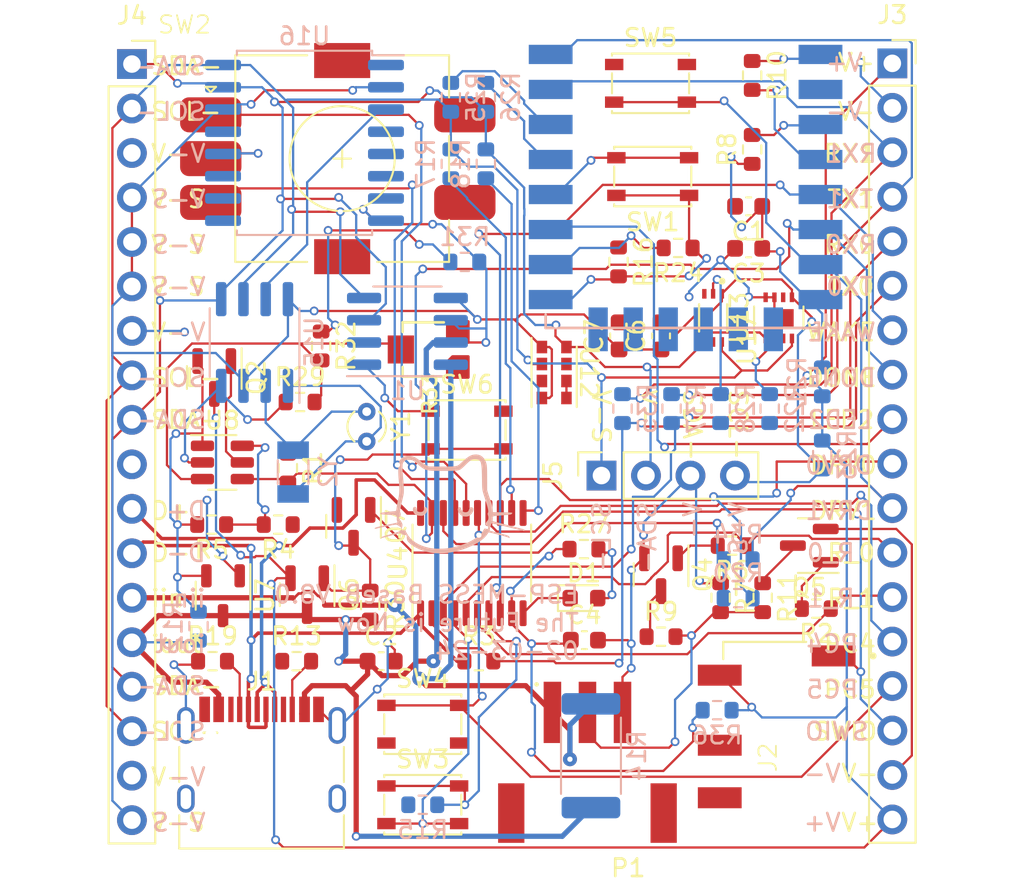
<source format=kicad_pcb>
(kicad_pcb (version 20221018) (generator pcbnew)
  (layers (0 "F.Cu" signal) (31 "B.Cu" signal) (34 "B.Paste" user) (35 "F.Paste" user) (36 "B.SilkS" user "B.Silkscreen") (37 "F.SilkS" user "F.Silkscreen") (38 "B.Mask" user) (39 "F.Mask" user) (44 "Edge.Cuts" user))
  (net 0 "")
  (net 1 "iout")
  (net 2 "GND")
  (net 3 "V-S")
  (net 4 "Net-(D1-A)")
  (net 5 "Net-(D1-K)")
  (net 6 "Net-(J1-CC1)")
  (net 8 "Net-(J1-CC2)")
  (net 10 "SWIO")
  (net 12 "RX1")
  (net 13 "TX1")
  (net 14 "PC5")
  (net 15 "iin")
  (net 16 "SDA-")
  (net 17 "SCL-")
  (net 18 "D-")
  (net 19 "Net-(U8-EN{slash}ONE_SHOT)")
  (net 20 "+3.3V")
  (net 21 "Net-(P1-Pad2)")
  (net 22 "Net-(Q2-G)")
  (net 23 "Net-(Q4-G)")
  (net 24 "Net-(Q4-D)")
  (net 25 "EN")
  (net 26 "D16")
  (net 27 "RST1")
  (net 28 "Net-(Q5-G)")
  (net 29 "Net-(Q5-D)")
  (net 30 "D15")
  (net 31 "Net-(Q2-S)")
  (net 32 "Net-(U2-GND)")
  (net 33 "Net-(R31-Pad2)")
  (net 35 "Net-(U4-VSS)")
  (net 36 "Net-(U4-VDD)")
  (net 37 "Net-(U2-GPIO0)")
  (net 39 "Net-(U4-PD7)")
  (net 45 "Net-(U4-PC6)")
  (net 46 "Net-(U4-PC7)")
  (net 48 "DONE")
  (net 49 "SDA0")
  (net 50 "SCL0")
  (net 51 "D+")
  (net 52 "SCL1")
  (net 53 "SDA1")
  (net 54 "Net-(U13-ADDR)")
  (net 55 "Net-(U17-ADDR)")
  (net 57 "Net-(U12-LDR)")
  (net 60 "Net-(U15-X1)")
  (net 61 "Net-(U15-X2)")
  (net 62 "Net-(U15-SQW{slash}OUT)")
  (net 67 "Net-(U8-DELAY{slash}M_DRV)")
  (net 68 "Net-(U2-VCC)")
  (net 69 "RX0")
  (net 70 "TX0")
  (net 71 "WAKE")
  (net 72 "LED2")
  (net 73 "DRIVE0")
  (net 74 "DRIVE1")
  (net 75 "R_0")
  (net 76 "R_1")
  (net 77 "PC4")
  (net 78 "Net-(Q6-G)")
  (net 79 "DRIVE-")
  (footprint "Resistor_SMD:R_0603_1608Metric" (layer "F.Cu") (at 155.2 72.8 -90)
    (fp_text reference "R30")
    (fp_text value "R")
  )
  (footprint "Package_TO_SOT_SMD:SOT-23" (layer "F.Cu") (at 154.25 68.3 -90)
    (fp_text reference "Q7")
    (fp_text value "BC818")
  )
  (footprint "Package_TO_SOT_SMD:SOT-23" (layer "F.Cu") (at 151.6 72.2 -90)
    (fp_text reference "Q6")
    (fp_text value "AO3400A")
  )
  (footprint "Connector_PinSocket_2.54mm:PinSocket_1x04_P2.54mm_Vertical" (layer "F.Cu") (at 168.4 65.4 90)
    (fp_text reference "J5")
    (fp_text value "Conn_01x04_Pin")
  )
  (footprint "A_SensorNode:RotaryEncoder_E11" (layer "F.Cu") (at 144.6 40.15)
    (fp_text reference "SW2")
    (fp_text value "RotaryEncoder")
  )
  (footprint "Crystal:Crystal_Round_D1.5mm_Vertical" (layer "F.Cu") (at 155 61.75 -90)
    (fp_text reference "Y1")
    (fp_text value "Crystal")
  )
  (footprint "Package_TO_SOT_SMD:SOT-23" (layer "F.Cu") (at 171.8 71.0625 -90)
    (fp_text reference "Q4")
    (fp_text value "Si2371EDS")
  )
  (footprint "Resistor_SMD:R_0603_1608Metric" (layer "F.Cu") (at 175.2 72.375 -90)
    (fp_text reference "R7")
    (fp_text value "R")
  )
  (footprint "Capacitor_SMD:C_0603_1608Metric" (layer "F.Cu") (at 171.8 57.425 90)
    (fp_text reference "C6")
    (fp_text value "C")
  )
  (footprint "Resistor_SMD:R_0603_1608Metric" (layer "F.Cu") (at 177.6 72.375 -90)
    (fp_text reference "R11")
    (fp_text value "R")
  )
  (footprint "Capacitor_SMD:C_0603_1608Metric" (layer "F.Cu") (at 176.8 50.025 180)
    (fp_text reference "C1")
    (fp_text value "C")
  )
  (footprint "Button_Switch_SMD:SW_SPST_PTS810" (layer "F.Cu") (at 171.325 48.325 180)
    (fp_text reference "SW1")
    (fp_text value "SW_Push")
  )
  (footprint "Resistor_SMD:R_0603_1608Metric" (layer "F.Cu") (at 149.95 68.2 180)
    (fp_text reference "R4")
    (fp_text value "R")
  )
  (footprint "Capacitor_SMD:C_0603_1608Metric" (layer "F.Cu") (at 176.8 52.425 180)
    (fp_text reference "C3")
    (fp_text value "C")
  )
  (footprint "Connector_USB:USB_C_Receptacle_HRO_TYPE-C-31-M-12" (layer "F.Cu") (at 149 82.8)
    (fp_text reference "J1")
    (fp_text value "USB_C_Receptacle_USB2.0")
  )
  (footprint "Capacitor_SMD:C_0603_1608Metric" (layer "F.Cu") (at 167.425 74.8)
    (fp_text reference "C4")
    (fp_text value "C")
  )
  (footprint "Resistor_SMD:R_0603_1608Metric" (layer "F.Cu") (at 177 42.55 -90)
    (fp_text reference "R10")
    (fp_text value "R")
  )
  (footprint "Package_TO_SOT_SMD:SOT-23" (layer "F.Cu") (at 146.3 59.8 -90)
    (fp_text reference "Q2")
    (fp_text value "Si2371EDS")
  )
  (footprint "A_SensorNode:PJ-320D" (layer "F.Cu") (at 178.4 81.5 90)
    (fp_text reference "J2")
    (fp_text value "PJ-320D-A" hide)
  )
  (footprint "Package_TO_SOT_SMD:SOT-23-3" (layer "F.Cu") (at 146.8 72.2625 -90)
    (fp_text reference "U7")
    (fp_text value "XC6206PxxxMR")
  )
  (footprint "Connector_PinSocket_2.54mm:PinSocket_1x18_P2.54mm_Vertical" (layer "F.Cu") (at 141.6 41.9)
    (fp_text reference "J4")
    (fp_text value "Conn_01x18_Socket")
  )
  (footprint "Resistor_SMD:R_0603_1608Metric" (layer "F.Cu") (at 169.375 53.2 -90)
    (fp_text reference "R16")
    (fp_text value "R")
  )
  (footprint "Resistor_SMD:R_0603_1608Metric" (layer "F.Cu") (at 175.8625 69.4 180)
    (fp_text reference "R6")
    (fp_text value "R")
  )
  (footprint "Resistor_SMD:R_0603_1608Metric" (layer "F.Cu") (at 171.8 74.6)
    (fp_text reference "R9")
    (fp_text value "R")
  )
  (footprint "LED_SMD:LED_0603_1608Metric" (layer "F.Cu") (at 167.4 72.4)
    (fp_text reference "D1")
    (fp_text value "LED")
  )
  (footprint "Button_Switch_SMD:SW_SPST_PTS810" (layer "F.Cu") (at 171.2 43)
    (fp_text reference "SW5")
    (fp_text value "SW_Push")
  )
  (footprint "Sensor:Avago_APDS-9960" (layer "F.Cu") (at 165.7 59.515 -90)
    (fp_text reference "U12")
    (fp_text value "APDS-9960")
  )
  (footprint "Package_TO_SOT_SMD:SOT-23" (layer "F.Cu") (at 180.2625 69.4 180)
    (fp_text reference "Q5")
    (fp_text value "Si2371EDS")
  )
  (footprint "Resistor_SMD:R_0603_1608Metric" (layer "F.Cu") (at 161.4 76)
    (fp_text reference "R3")
    (fp_text value "R")
  )
  (footprint "Capacitor_SMD:C_0603_1608Metric" (layer "F.Cu") (at 155.825 76)
    (fp_text reference "C2")
    (fp_text value "C")
  )
  (footprint "Resistor_SMD:R_0603_1608Metric" (layer "F.Cu") (at 150.5 64.975 -90)
    (fp_text reference "R1")
    (fp_text value "R")
  )
  (footprint "Resistor_SMD:R_0603_1608Metric" (layer "F.Cu") (at 177 46.775 90)
    (fp_text reference "R8")
    (fp_text value "R")
  )
  (footprint "Capacitor_SMD:C_0603_1608Metric" (layer "F.Cu") (at 169.405 57.425 90)
    (fp_text reference "C7")
    (fp_text value "C")
  )
  (footprint "Button_Switch_SMD:SW_SPST_PTS810" (layer "F.Cu") (at 158.2 79.6)
    (fp_text reference "SW4")
    (fp_text value "SW_Push")
  )
  (footprint "Button_Switch_SMD:SW_SPST_PTS810" (layer "F.Cu") (at 160.725 62.8)
    (fp_text reference "SW6")
    (fp_text value "SW_Push")
  )
  (footprint "Connector_PinSocket_2.54mm:PinSocket_1x18_P2.54mm_Vertical" (layer "F.Cu") (at 185 41.86)
    (fp_text reference "J3")
    (fp_text value "Conn_01x18_Socket")
  )
  (footprint "Package_SO:TSSOP-20_4.4x6.5mm_P0.65mm" (layer "F.Cu") (at 161 70.4 90)
    (fp_text reference "U4")
    (fp_text value "CH32V003F4P6")
  )
  (footprint "Package_TO_SOT_SMD:SOT-23-6" (layer "F.Cu") (at 146.7625 64.65)
    (fp_text reference "U8")
    (fp_text value "TPL5110")
  )
  (footprint "Sensor_Humidity:Sensirion_DFN-8-1EP_2.5x2.5mm_P0.5mm_EP1.1x1.7mm" (layer "F.Cu") (at 178.52 56.395 90)
    (fp_text reference "U13")
    (fp_text value "SHT31-DIS")
  )
  (footprint "Resistor_SMD:R_0603_1608Metric" (layer "F.Cu") (at 146.2 76)
    (fp_text reference "R19")
    (fp_text value "R")
  )
  (footprint "Resistor_SMD:R_0603_1608Metric" (layer "F.Cu") (at 152.4 58 -90)
    (fp_text reference "R32")
    (fp_text value "R")
  )
  (footprint "Resistor_SMD:R_0603_1608Metric" (layer "F.Cu") (at 167.4 69.6)
    (fp_text reference "R27")
    (fp_text value "R")
  )
  (footprint "BH1750:XDCR_BH1750FVI-TR" (layer "F.Cu") (at 174.77 56.395 -90)
    (fp_text reference "U17")
    (fp_text value "BH1750FVI-TR")
  )
  (footprint "Resistor_SMD:R_0603_1608Metric" (layer "F.Cu") (at 172.775 52.4 180)
    (fp_text reference "R24")
    (fp_text value "R")
  )
  (footprint "Resistor_SMD:R_0603_1608Metric" (layer "F.Cu") (at 180.6625 73 180)
    (fp_text reference "R2")
    (fp_text value "R")
  )
  (footprint "Button_Switch_SMD:SW_SPST_PTS810" (layer "F.Cu") (at 158.2 84.2)
    (fp_text reference "SW3")
    (fp_text value "SW_Push")
  )
  (footprint "S3B-PH:JST_S3B-PH-SM4-TB" (layer "F.Cu") (at 167.6 78.925 180)
    (fp_text reference "P1")
    (fp_text value "S3B-PH-SM4-TB")
  )
  (footprint "Resistor_SMD:R_0603_1608Metric" (layer "F.Cu") (at 146.15 68.2 180)
    (fp_text reference "R5")
    (fp_text value "R")
  )
  (footprint "Resistor_SMD:R_0603_1608Metric" (layer "F.Cu") (at 151 76)
    (fp_text reference "R13")
    (fp_text value "R")
  )
  (footprint "EVM3ES:EMV3ESX50B12" (layer "F.Cu") (at 158.6 58.2 90)
    (fp_text reference "R33")
    (fp_text value "EVM3ESX50B12")
  )
  (footprint "Resistor_SMD:R_0603_1608Metric" (layer "F.Cu") (at 151.2 61.2)
    (fp_text reference "R29")
    (fp_text value "R")
  )
  (footprint "Crystal:Crystal_SMD_3215-2Pin_3.2x1.5mm" (layer "B.Cu") (at 150.8 65.2 90)
    (fp_text reference "Y2")
    (fp_text value "Crystal")
  )
  (footprint "Resistor_SMD:R_0603_1608Metric" (layer "B.Cu") (at 161.8 43.8 90)
    (fp_text reference "R26")
    (fp_text value "R")
  )
  (footprint "Resistor_SMD:R_0603_1608Metric" (layer "B.Cu") (at 160.6 53.2 180)
    (fp_text reference "R31")
    (fp_text value "R")
  )
  (footprint "Resistor_SMD:R_0603_1608Metric" (layer "B.Cu") (at 178 61.575 90)
    (fp_text reference "R22")
    (fp_text value "R")
  )
  (footprint "Resistor_SMD:R_0603_1608Metric" (layer "B.Cu") (at 159.8 47.6 -90)
    (fp_text reference "R17")
    (fp_text value "R")
  )
  (footprint "Package_SO:SOIC-8_3.9x4.9mm_P1.27mm" (layer "B.Cu") (at 148.6 57.8 90)
    (fp_text reference "U15")
    (fp_text value "DS1307Z+")
  )
  (footprint "catIcon.preety:catIcon8x8" (layer "B.Cu") (at 159.6 67 180)
    (fp_text reference "")
    (fp_text value "LOGO" hide)
  )
  (footprint "Resistor_SMD:R_0603_1608Metric" (layer "B.Cu") (at 181 60.05 -90)
    (fp_text reference "R21")
    (fp_text value "R")
  )
  (footprint "Resistor_SMD:R_2512_6332Metric" (layer "B.Cu") (at 167.8 81.4 90)
    (fp_text reference "R14")
    (fp_text value "R")
  )
  (footprint "Resistor_SMD:R_0603_1608Metric" (layer "B.Cu") (at 159.8 43.8 90)
    (fp_text reference "R25")
    (fp_text value "R")
  )
  (footprint "Resistor_SMD:R_0603_1608Metric" (layer "B.Cu") (at 175.2 61.575 90)
    (fp_text reference "R28")
    (fp_text value "R")
  )
  (footprint "Resistor_SMD:R_0603_1608Metric" (layer "B.Cu") (at 145.4 74 -90)
    (fp_text reference "R12")
    (fp_text value "R")
  )
  (footprint "Resistor_SMD:R_0603_1608Metric" (layer "B.Cu") (at 181 64.225 90)
    (fp_text reference "R23")
    (fp_text value "R")
  )
  (footprint "Resistor_SMD:R_0603_1608Metric" (layer "B.Cu") (at 175 78.8)
    (fp_text reference "R36")
    (fp_text value "R")
  )
  (footprint "Resistor_SMD:R_0603_1608Metric" (layer "B.Cu") (at 176.2 72.4 180)
    (fp_text reference "R20")
    (fp_text value "R")
  )
  (footprint "Resistor_SMD:R_0603_1608Metric" (layer "B.Cu") (at 158.2 84.2)
    (fp_text reference "R15")
    (fp_text value "R")
  )
  (footprint "Resistor_SMD:R_0603_1608Metric" (layer "B.Cu") (at 169.6 61.575 90)
    (fp_text reference "R35")
    (fp_text value "R")
  )
  (footprint "Resistor_SMD:R_0603_1608Metric" (layer "B.Cu") (at 172.4 61.575 90)
    (fp_text reference "R37")
    (fp_text value "R")
  )
  (footprint "Resistor_SMD:R_0603_1608Metric" (layer "B.Cu") (at 161.8 47.6 -90)
    (fp_text reference "R18")
    (fp_text value "R")
  )
  (footprint "Resistor_SMD:R_0603_1608Metric" (layer "B.Cu") (at 176.2 70.2 180)
    (fp_text reference "R34")
    (fp_text value "R")
  )
  (footprint "Package_SO:SOIC-8_3.9x4.9mm_P1.27mm" (layer "B.Cu") (at 157.325 57.165)
    (fp_text reference "U1")
    (fp_text value "INA219AxD")
  )
  (footprint "A_SensorNode:ESP12_SMD" (layer "B.Cu") (at 181.25 38.75 180)
    (fp_text reference "U2" hide)
    (fp_text value "ESP-12F" hide)
  )
  (footprint "Package_SO:SOIC-16W_7.5x10.3mm_P1.27mm" (layer "B.Cu") (at 151.45 46.4 180)
    (fp_text reference "U16")
    (fp_text value "DS3231M")
  )
  (gr_text "SCL-" (at 169 66.8 90) (layer "B.SilkS") (effects (font (size 1 1)) (justify left bottom mirror)))
  (gr_text "V-S" (at 176.8 66.8 90) (layer "B.SilkS") (effects (font (size 1 1)) (justify left bottom mirror)))
  (gr_text "RX1" (at 184.2 47.6) (layer "B.SilkS") (effects (font (size 1 1)) (justify left bottom mirror)))
  (gr_text "V-S" (at 145.897618 85.8) (layer "B.SilkS") (effects (font (size 1 1)) (justify left bottom mirror)))
  (gr_text "PC5" (at 183.145238 78.2) (layer "B.SilkS") (effects (font (size 1 1)) (justify left bottom mirror)))
  (gr_text "PC4" (at 183.145238 75.6) (layer "B.SilkS") (effects (font (size 1 1)) (justify left bottom mirror)))
  (gr_text "LED2" (at 183.945238 62.8) (layer "B.SilkS") (effects (font (size 1 1)) (justify left bottom mirror)))
  (gr_text "DRV0" (at 183.945238 65.4) (layer "B.SilkS") (effects (font (size 1 1)) (justify left bottom mirror)))
  (gr_text "V-S" (at 145.897618 52.8) (layer "B.SilkS") (effects (font (size 1 1)) (justify left bottom mirror)))
  (gr_text "SDA-" (at 145.897618 78) (layer "B.SilkS") (effects (font (size 1 1)) (justify left bottom mirror)))
  (gr_text "V-" (at 145.897618 83.2) (layer "B.SilkS") (effects (font (size 1 1)) (justify left bottom mirror)))
  (gr_text "D+" (at 145.897618 68) (layer "B.SilkS") (effects (font (size 1 1)) (justify left bottom mirror)))
  (gr_text "V+" (at 182.145238 85.8) (layer "B.SilkS") (effects (font (size 1 1)) (justify left bottom mirror)))
  (gr_text "V-" (at 183.4 45.2) (layer "B.SilkS") (effects (font (size 1 1)) (justify left bottom mirror)))
  (gr_text "TX0" (at 184 55.2) (layer "B.SilkS") (effects (font (size 1 1)) (justify left bottom mirror)))
  (gr_text "SCL-" (at 145.897618 60.4) (layer "B.SilkS") (effects (font (size 1 1)) (justify left bottom mirror)))
  (gr_text "ESP-MESS BaseB V8.0\nThe Future is Now\n02-03-24\n" (at 167.2 76) (layer "B.SilkS") (effects (font (size 1 1)) (justify left bottom mirror)))
  (gr_text "TX1" (at 184 50.2) (layer "B.SilkS") (effects (font (size 1 1)) (justify left bottom mirror)))
  (gr_text "SCL-" (at 145.897618 45.2) (layer "B.SilkS") (effects (font (size 1 1)) (justify left bottom mirror)))
  (gr_text "V-S" (at 145.897618 50.2) (layer "B.SilkS") (effects (font (size 1 1)) (justify left bottom mirror)))
  (gr_text "SDA-" (at 145.897618 42.6) (layer "B.SilkS") (effects (font (size 1 1)) (justify left bottom mirror)))
  (gr_text "V-" (at 145.897618 47.6) (layer "B.SilkS") (effects (font (size 1 1)) (justify left bottom mirror)))
  (gr_text "V-" (at 145.897618 57.8) (layer "B.SilkS") (effects (font (size 1 1)) (justify left bottom mirror)))
  (gr_text "WAKE" (at 184.145238 57.8) (layer "B.SilkS") (effects (font (size 1 1)) (justify left bottom mirror)))
  (gr_text "DRV1" (at 183.945238 68) (layer "B.SilkS") (effects (font (size 1 1)) (justify left bottom mirror)))
  (gr_text "V-S" (at 145.897618 55.2) (layer "B.SilkS") (effects (font (size 1 1)) (justify left bottom mirror)))
  (gr_text "V+" (at 183.4 42.4) (layer "B.SilkS") (effects (font (size 1 1)) (justify left bottom mirror)))
  (gr_text "V-" (at 182.145238 83) (layer "B.SilkS") (effects (font (size 1 1)) (justify left bottom mirror)))
  (gr_text "SWIO" (at 183.745238 80.6) (layer "B.SilkS") (effects (font (size 1 1)) (justify left bottom mirror)))
  (gr_text "DONE" (at 184.145238 60.4) (layer "B.SilkS") (effects (font (size 1 1)) (justify left bottom mirror)))
  (gr_text "RX0" (at 184.2 52.8) (layer "B.SilkS") (effects (font (size 1 1)) (justify left bottom mirror)))
  (gr_text "iin" (at 145.897618 73) (layer "B.SilkS") (effects (font (size 1 1)) (justify left bottom mirror)))
  (gr_text "V-" (at 174.2 66.8 90) (layer "B.SilkS") (effects (font (size 1 1)) (justify left bottom mirror)))
  (gr_text "SDA-" (at 145.897618 62.8) (layer "B.SilkS") (effects (font (size 1 1)) (justify left bottom mirror)))
  (gr_text "D-" (at 145.897618 70.4) (layer "B.SilkS") (effects (font (size 1 1)) (justify left bottom mirror)))
  (gr_text "R_1" (at 182.945238 73) (layer "B.SilkS") (effects (font (size 1 1)) (justify left bottom mirror)))
  (gr_text "R_0" (at 182.945238 70.4) (layer "B.SilkS") (effects (font (size 1 1)) (justify left bottom mirror)))
  (gr_text "SDA-" (at 171.6 66.8 90) (layer "B.SilkS") (effects (font (size 1 1)) (justify left bottom mirror)))
  (gr_text "iout" (at 145.897618 75.6) (layer "B.SilkS") (effects (font (size 1 1)) (justify left bottom mirror)))
  (gr_text "SCL-" (at 145.897618 80.6) (layer "B.SilkS") (effects (font (size 1 1)) (justify left bottom mirror)))
  (gr_text "TX1" (at 181.2 50.2) (layer "F.SilkS") (effects (font (size 1 1)) (justify left bottom)))
  (gr_text "V-" (at 142.6 47.6) (layer "F.SilkS") (effects (font (size 1 1)) (justify left bottom)))
  (gr_text "SWIO" (at 180.4 80.6) (layer "F.SilkS") (effects (font (size 1 1)) (justify left bottom)))
  (gr_text "iin" (at 142.6 73) (layer "F.SilkS") (effects (font (size 1 1)) (justify left bottom)))
  (gr_text "WAKE" (at 180 57.8) (layer "F.SilkS") (effects (font (size 1 1)) (justify left bottom)))
  (gr_text "V-" (at 142.6 57.8) (layer "F.SilkS") (effects (font (size 1 1)) (justify left bottom)))
  (gr_text "V-S" (at 142.6 50.2) (layer "F.SilkS") (effects (font (size 1 1)) (justify left bottom)))
  (gr_text "LED2" (at 180.2 62.8) (layer "F.SilkS") (effects (font (size 1 1)) (justify left bottom)))
  (gr_text "SCL-" (at 142.6 45.2) (layer "F.SilkS") (effects (font (size 1 1)) (justify left bottom)))
  (gr_text "V-" (at 182 83) (layer "F.SilkS") (effects (font (size 1 1)) (justify left bottom)))
  (gr_text "SDA-" (at 142.6 42.6) (layer "F.SilkS") (effects (font (size 1 1)) (justify left bottom)))
  (gr_text "V-" (at 181.8 45.2) (layer "F.SilkS") (effects (font (size 1 1)) (justify left bottom)))
  (gr_text "V-" (at 170.3965 60.4 -90) (layer "F.SilkS") (effects (font (size 1 1)) (justify left bottom)))
  (gr_text "R_0" (at 181.2 70.4) (layer "F.SilkS") (effects (font (size 1 1)) (justify left bottom)))
  (gr_text "SDA-" (at 172.9965 60.4 -90) (layer "F.SilkS") (effects (font (size 1 1)) (justify left bottom)))
  (gr_text "V-S" (at 142.6 85.8) (layer "F.SilkS") (effects (font (size 1 1)) (justify left bottom)))
  (gr_text "RX0" (at 181 52.8) (layer "F.SilkS") (effects (font (size 1 1)) (justify left bottom)))
  (gr_text "DONE" (at 180 60.4) (layer "F.SilkS") (effects (font (size 1 1)) (justify left bottom)))
  (gr_text "D+" (at 142.6 68) (layer "F.SilkS") (effects (font (size 1 1)) (justify left bottom)))
  (gr_text "V+" (at 181.8 42.4) (layer "F.SilkS") (effects (font (size 1 1)) (justify left bottom)))
  (gr_text "SCL-" (at 142.6 80.6) (layer "F.SilkS") (effects (font (size 1 1)) (justify left bottom)))
  (gr_text "iout" (at 142.6 75.6) (layer "F.SilkS") (effects (font (size 1 1)) (justify left bottom)))
  (gr_text "SCL-" (at 142.6 60.4) (layer "F.SilkS") (effects (font (size 1 1)) (justify left bottom)))
  (gr_text "V+" (at 182 85.8) (layer "F.SilkS") (effects (font (size 1 1)) (justify left bottom)))
  (gr_text "SDA-" (at 142.6 62.8) (layer "F.SilkS") (effects (font (size 1 1)) (justify left bottom)))
  (gr_text "TX0" (at 181.2 55.2) (layer "F.SilkS") (effects (font (size 1 1)) (justify left bottom)))
  (gr_text "PC5" (at 181 78.2) (layer "F.SilkS") (effects (font (size 1 1)) (justify left bottom)))
  (gr_text "SDA-" (at 142.6 78) (layer "F.SilkS") (effects (font (size 1 1)) (justify left bottom)))
  (gr_text "V-" (at 142.6 83.2) (layer "F.SilkS") (effects (font (size 1 1)) (justify left bottom)))
  (gr_text "RX1" (at 181 47.6) (layer "F.SilkS") (effects (font (size 1 1)) (justify left bottom)))
  (gr_text "DRV0" (at 180.2 65.4) (layer "F.SilkS") (effects (font (size 1 1)) (justify left bottom)))
  (gr_text "V-S" (at 167.7965 60.4 -90) (layer "F.SilkS") (effects (font (size 1 1)) (justify left bottom)))
  (gr_text "D-" (at 142.6 70.4) (layer "F.SilkS") (effects (font (size 1 1)) (justify left bottom)))
  (gr_text "V-S" (at 142.6 55.2) (layer "F.SilkS") (effects (font (size 1 1)) (justify left bottom)))
  (gr_text "V-S" (at 142.6 52.8) (layer "F.SilkS") (effects (font (size 1 1)) (justify left bottom)))
  (gr_text "SCL-" (at 175.5965 60.4 -90) (layer "F.SilkS") (effects (font (size 1 1)) (justify left bottom)))
  (gr_text "DRV1" (at 180.2 68) (layer "F.SilkS") (effects (font (size 1 1)) (justify left bottom)))
  (gr_text "PC4" (at 181 75.6) (layer "F.SilkS") (effects (font (size 1 1)) (justify left bottom)))
  (gr_text "R_1" (at 181.2 73) (layer "F.SilkS") (effects (font (size 1 1)) (justify left bottom)))
  (segment (start 143.12 73.4) (end 146.8 73.4) (width 0.3) (layer "F.Cu") (net 1))
  (segment (start 155.05 76.75) (end 155.05 76) (width 0.3) (layer "F.Cu") (net 1))
  (segment (start 155.2 73.625) (end 153.8 73.625) (width 0.3) (layer "F.Cu") (net 1))
  (segment (start 146.8 73.4) (end 151.3375 73.4) (width 0.3) (layer "F.Cu") (net 1))
  (segment (start 145.85 77.2) (end 143.88 77.2) (width 0.3) (layer "F.Cu") (net 1))
  (segment (start 151.3375 73.4) (end 151.6 73.1375) (width 0.3) (layer "F.Cu") (net 1))
  (segment (start 153.8 77.4) (end 154.1 77.7) (width 0.3) (layer "F.Cu") (net 1))
  (segment (start 155.05 76) (end 153.4 76) (width 0.3) (layer "F.Cu") (net 1))
  (segment (start 158.8 76) (end 157.888173 76) (width 0.3) (layer "F.Cu") (net 1))
  (segment (start 151.45 78.755) (end 151.45 77.83) (width 0.3) (layer "F.Cu") (net 1))
  (segment (start 157.888173 76) (end 157.063173 76.825) (width 0.3) (layer "F.Cu") (net 1))
  (segment (start 151.825 73.625) (end 151.6 73.4) (width 0.3) (layer "F.Cu") (net 1))
  (segment (start 146.55 78.755) (end 146.55 77.9) (width 0.3) (layer "F.Cu") (net 1))
  (segment (start 151.88 77.4) (end 153.8 77.4) (width 0.3) (layer "F.Cu") (net 1))
  (segment (start 151.45 77.83) (end 151.88 77.4) (width 0.3) (layer "F.Cu") (net 1))
  (segment (start 154.4 78) (end 154.4 86) (width 0.3) (layer "F.Cu") (net 1))
  (segment (start 155.875 76.825) (end 155.05 76) (width 0.3) (layer "F.Cu") (net 1))
  (segment (start 157.063173 76.825) (end 155.875 76.825) (width 0.3) (layer "F.Cu") (net 1))
  (segment (start 153.8 73.625) (end 151.825 73.625) (width 0.3) (layer "F.Cu") (net 1))
  (segment (start 154.1 77.7) (end 155.05 76.75) (width 0.3) (layer "F.Cu") (net 1))
  (segment (start 146.55 77.9) (end 145.85 77.2) (width 0.3) (layer "F.Cu") (net 1))
  (segment (start 154.1 77.7) (end 154.4 78) (width 0.3) (layer "F.Cu") (net 1))
  (segment (start 141.6 74.92) (end 143.12 73.4) (width 0.3) (layer "F.Cu") (net 1))
  (segment (start 143.88 77.2) (end 141.6 74.92) (width 0.3) (layer "F.Cu") (net 1))
  (segment (start 151.2 79.005) (end 151.45 78.755) (width 0.13) (layer "F.Cu") (net 1))
  (via (at 158.8 76) (size 0.8) (drill 0.3) (layers "F.Cu" "B.Cu") (net 1))
  (via (at 153.4 76) (size 0.5) (drill 0.3) (layers "F.Cu" "B.Cu") (net 1))
  (via (at 154.4 86) (size 0.5) (drill 0.3) (layers "F.Cu" "B.Cu") (net 1))
  (via (at 153.8 73.625) (size 0.5) (drill 0.3) (layers "F.Cu" "B.Cu") (net 1))
  (segment (start 158.4 58.2) (end 158.8 57.8) (width 0.3) (layer "B.Cu") (net 1))
  (segment (start 153.8 73.625) (end 153.8 75.6) (width 0.3) (layer "B.Cu") (net 1))
  (segment (start 167.8 84.3625) (end 166.1625 86) (width 0.3) (layer "B.Cu") (net 1))
  (segment (start 158.4 59.6) (end 158.4 58.2) (width 0.3) (layer "B.Cu") (net 1))
  (segment (start 158.8 57.8) (end 159.8 57.8) (width 0.3) (layer "B.Cu") (net 1))
  (segment (start 166.1625 86) (end 154.4 86) (width 0.3) (layer "B.Cu") (net 1))
  (segment (start 145.305 74.92) (end 141.6 74.92) (width 0.13) (layer "B.Cu") (net 1))
  (segment (start 159 75.8) (end 159 60.2) (width 0.3) (layer "B.Cu") (net 1))
  (segment (start 145.4 74.825) (end 145.305 74.92) (width 0.13) (layer "B.Cu") (net 1))
  (segment (start 158.8 76) (end 159 75.8) (width 0.13) (layer "B.Cu") (net 1))
  (segment (start 159 60.2) (end 158.4 59.6) (width 0.3) (layer "B.Cu") (net 1))
  (segment (start 153.8 75.6) (end 153.4 76) (width 0.3) (layer "B.Cu") (net 1))
  (segment (start 146.4 47) (end 148.8 47) (width 0.13) (layer "F.Cu") (net 2))
  (segment (start 177.77 55.22) (end 178.27 55.22) (width 0.13) (layer "F.Cu") (net 2))
  (segment (start 181.2 68.45) (end 185.226849 68.45) (width 0.13) (layer "F.Cu") (net 2))
  (segment (start 186.115 69.338151) (end 186.115 81.385) (width 0.13) (layer "F.Cu") (net 2))
  (segment (start 156.029744 60.970256) (end 156.784488 61.725) (width 0.13) (layer "F.Cu") (net 2))
  (segment (start 156.6 75.3495) (end 156.2 74.9495) (width 0.13) (layer "F.Cu") (net 2))
  (segment (start 161.8 57.8) (end 160.8 57.8) (width 0.13) (layer "F.Cu") (net 2))
  (segment (start 147.75 71.125) (end 146.8 70.175) (width 0.13) (layer "F.Cu") (net 2))
  (segment (start 168.2 74.8) (end 169.9 74.8) (width 0.13) (layer "F.Cu") (net 2))
  (segment (start 144 76.2) (end 145.175 76.2) (width 0.13) (layer "F.Cu") (net 2))
  (segment (start 170.8 68.8) (end 170.8 70.075) (width 0.13) (layer "F.Cu") (net 2))
  (segment (start 145.175 76.2) (end 145.375 76) (width 0.13) (layer "F.Cu") (net 2))
  (segment (start 176.82 55.22) (end 176.8 55.2) (width 0.13) (layer "F.Cu") (net 2))
  (segment (start 153.32 79.67) (end 153.165 79.67) (width 0.13) (layer "F.Cu") (net 2))
  (segment (start 178.27 55.22) (end 178.27 56.145) (width 0.13) (layer "F.Cu") (net 2))
  (segment (start 186.115 81.385) (end 185 82.5) (width 0.13) (layer "F.Cu") (net 2))
  (segment (start 155.654569 51.04661) (end 154.804456 50.196497) (width 0.13) (layer "F.Cu") (net 2))
  (segment (start 153.165 79.67) (end 152.25 78.755) (width 0.13) (layer "F.Cu") (net 2))
  (segment (start 169.9 74.8) (end 170.1 75) (width 0.13) (layer "F.Cu") (net 2))
  (segment (start 156.6 76) (end 156.6 75.3495) (width 0.13) (layer "F.Cu") (net 2))
  (segment (start 170.1 76.4) (end 169.6 76.9) (width 0.13) (layer "F.Cu") (net 2))
  (segment (start 175.2 71.55) (end 174.15 71.55) (width 0.13) (layer "F.Cu") (net 2))
  (segment (start 156.784488 61.725) (end 158.65 61.725) (width 0.13) (layer "F.Cu") (net 2))
  (segment (start 170.775 70.125) (end 170.1 70.8) (width 0.13) (layer "F.Cu") (net 2))
  (segment (start 158.763378 51.04661) (end 155.654569 51.04661) (width 0.13) (layer "F.Cu") (net 2))
  (segment (start 175.2 53.0855) (end 175.3645 53.0855) (width 0.13) (layer "F.Cu") (net 2))
  (segment (start 174.15 71.55) (end 174 71.4) (width 0.13) (layer "F.Cu") (net 2))
  (segment (start 146.8 70.175) (end 146.8 70) (width 0.13) (layer "F.Cu") (net 2))
  (segment (start 185.226849 68.45) (end 186.115 69.338151) (width 0.13) (layer "F.Cu") (net 2))
  (segment (start 169.6 76.9) (end 169.6 78.925) (width 0.13) (layer "F.Cu") (net 2))
  (segment (start 146.1 47.3) (end 146.4 47) (width 0.13) (layer "F.Cu") (net 2))
  (segment (start 178.27 56.145) (end 178.52 56.395) (width 0.13) (layer "F.Cu") (net 2))
  (segment (start 148.2 62.2) (end 149.375 62.2) (width 0.13) (layer "F.Cu") (net 2))
  (segment (start 177.77 55.22) (end 176.82 55.22) (width 0.13) (layer "F.Cu") (net 2))
  (segment (start 160.8 57.8) (end 160.2 57.2) (width 0.13) (layer "F.Cu") (net 2))
  (segment (start 145.625 64.65) (end 144.85 64.65) (width 0.13) (layer "F.Cu") (net 2))
  (segment (start 170.8 70.075) (end 170.85 70.125) (width 0.13) (layer "F.Cu") (net 2))
  (segment (start 149.375 62.2) (end 150.375 61.2) (width 0.13) (layer "F.Cu") (net 2))
  (segment (start 170.85 70.125) (end 170.85 70.3355) (width 0.13) (layer "F.Cu") (net 2))
  (segment (start 144.85 64.65) (end 144.6 64.4) (width 0.13) (layer "F.Cu") (net 2))
  (segment (start 170.85 70.125) (end 170.775 70.125) (width 0.13) (layer "F.Cu") (net 2))
  (segment (start 175.3645 53.0855) (end 176.025 52.425) (width 0.13) (layer "F.Cu") (net 2))
  (via (at 170.1 76.4) (size 0.5) (drill 0.3) (layers "F.Cu" "B.Cu") (net 2))
  (via (at 148.2 62.2) (size 0.5) (drill 0.3) (layers "F.Cu" "B.Cu") (net 2))
  (via (at 155.6 77.6) (size 0.5) (drill 0.3) (layers "F.Cu" "B.Cu") (net 2))
  (via (at 144 76.2) (size 0.5) (drill 0.3) (layers "F.Cu" "B.Cu") (net 2))
  (via (at 144.6 64.4) (size 0.5) (drill 0.3) (layers "F.Cu" "B.Cu") (net 2))
  (via (at 161.8 57.8) (size 0.5) (drill 0.3) (layers "F.Cu" "B.Cu") (net 2))
  (via (at 183.2 41.8) (size 0.5) (drill 0.3) (layers "F.Cu" "B.Cu") (net 2))
  (via (at 175.2 53.0855) (size 0.5) (drill 0.3) (layers "F.Cu" "B.Cu") (net 2))
  (via (at 156.029744 60.970256) (size 0.5) (drill 0.3) (layers "F.Cu" "B.Cu") (net 2))
  (via (at 154.804456 50.196497) (size 0.5) (drill 0.3) (layers "F.Cu" "B.Cu") (net 2))
  (via (at 170.8 68.8) (size 0.5) (drill 0.3) (layers "F.Cu" "B.Cu") (net 2))
  (via (at 176.8 55.2) (size 0.5) (drill 0.3) (layers "F.Cu" "B.Cu") (net 2))
  (via (at 174 71.4) (size 0.5) (drill 0.3) (layers "F.Cu" "B.Cu") (net 2))
  (via (at 158.763378 51.04661) (size 0.5) (drill 0.3) (layers "F.Cu" "B.Cu") (net 2))
  (via (at 170.1 70.8) (size 0.5) (drill 0.3) (layers "F.Cu" "B.Cu") (net 2))
  (via (at 144.6 57.2) (size 0.5) (drill 0.3) (layers "F.Cu" "B.Cu") (net 2))
  (via (at 156.2 74.9495) (size 0.5) (drill 0.3) (layers "F.Cu" "B.Cu") (net 2))
  (via (at 173.4 55.2) (size 0.5) (drill 0.3) (layers "F.Cu" "B.Cu") (net 2))
  (via (at 145.8855 66.8) (size 0.5) (drill 0.3) (layers "F.Cu" "B.Cu") (net 2))
  (via (at 170.1 75) (size 0.5) (drill 0.3) (layers "F.Cu" "B.Cu") (net 2))
  (via (at 148.8 47) (size 0.5) (drill 0.3) (layers "F.Cu" "B.Cu") (net 2))
  (via (at 146.8 70) (size 0.5) (drill 0.3) (layers "F.Cu" "B.Cu") (net 2))
  (segment (start 146.695 60.695) (end 148.2 62.2) (width 0.13) (layer "B.Cu") (net 2))
  (segment (start 141.6 57.14) (end 144.54 57.14) (width 0.13) (layer "B.Cu") (net 2))
  (segment (start 173.4 54.8855) (end 173.4 55.2) (width 0.13) (layer "B.Cu") (net 2))
  (segment (start 159.27161 51.04661) (end 158.763378 51.04661) (width 0.13) (layer "B.Cu") (net 2))
  (segment (start 176.8 54.6855) (end 175.2 53.0855) (width 0.13) (layer "B.Cu") (net 2))
  (segment (start 170.1 75) (end 170.1 76.4) (width 0.13) (layer "B.Cu") (net 2))
  (segment (start 173.8 65.72) (end 173.48 65.4) (width 0.13) (layer "B.Cu") (net 2))
  (segment (start 161.83095 53.60595) (end 161.83095 57) (width 0.13) (layer "B.Cu") (net 2))
  (segment (start 170.1 70.8) (end 170.1 75) (width 0.13) (layer "B.Cu") (net 2))
  (segment (start 144.54 57.14) (end 144.6 57.2) (width 0.13) (layer "B.Cu") (net 2))
  (segment (start 156.029744 60.249744) (end 156.029744 60.970256) (width 0.13) (layer "B.Cu") (net 2))
  (segment (start 146.835 47) (end 146.8 47.035) (width 0.13) (layer "B.Cu") (net 2))
  (segment (start 174 71.4) (end 173.8 71.2) (width 0.13) (layer "B.Cu") (net 2))
  (segment (start 144.6295 64.3705) (end 144.6295 62.3405) (width 0.13) (layer "B.Cu") (net 2))
  (segment (start 153.53 79.67) (end 153.32 79.67) (width 0.13) (layer "B.Cu") (net 2))
  (segment (start 161.425 53.2) (end 161.83095 53.60595) (width 0.13) (layer "B.Cu") (net 2))
  (segment (start 144.6 64.4) (end 144.6295 64.3705) (width 0.13) (layer "B.Cu") (net 2))
  (segment (start 155.6 77.6) (end 156.2 77) (width 0.13) (layer "B.Cu") (net 2))
  (segment (start 185 44.4) (end 183.2 42.6) (width 0.13) (layer "B.Cu") (net 2))
  (segment (start 156.2 77) (end 156.2 74.9495) (width 0.13) (layer "B.Cu") (net 2))
  (segment (start 161.83095 57) (end 161.83095 57.76905) (width 0.13) (layer "B.Cu") (net 2))
  (segment (start 144.68 79.67) (end 144.68 76.88) (width 0.13) (layer "B.Cu") (net 2))
  (segment (start 145.8855 69.0855) (end 145.8855 66.8) (width 0.13) (layer "B.Cu") (net 2))
  (segment (start 144.6295 62.3405) (end 146.695 60.275) (width 0.13) (layer "B.Cu") (net 2))
  (segment (start 146.8 70) (end 145.8855 69.0855) (width 0.13) (layer "B.Cu") (net 2))
  (segment (start 176.8 55.2) (end 176.8 54.6855) (width 0.13) (layer "B.Cu") (net 2))
  (segment (start 144.68 76.88) (end 144 76.2) (width 0.13) (layer "B.Cu") (net 2))
  (segment (start 170.8 68.08) (end 170.8 68.8) (width 0.13) (layer "B.Cu") (net 2))
  (segment (start 183.2 42.6) (end 183.2 41.8) (width 0.13) (layer "B.Cu") (net 2))
  (segment (start 175.2 53.0855) (end 173.4 54.8855) (width 0.13) (layer "B.Cu") (net 2))
  (segment (start 148.8 47) (end 146.835 47) (width 0.13) (layer "B.Cu") (net 2))
  (segment (start 161.83095 57.76905) (end 161.8 57.8) (width 0.13) (layer "B.Cu") (net 2))
  (segment (start 155.452959 50.845) (end 154.804456 50.196497) (width 0.13) (layer "B.Cu") (net 2))
  (segment (start 155.6 77.6) (end 153.53 79.67) (width 0.13) (layer "B.Cu") (net 2))
  (segment (start 156.1 50.845) (end 155.452959 50.845) (width 0.13) (layer "B.Cu") (net 2))
  (segment (start 146.695 60.275) (end 146.695 60.695) (width 0.13) (layer "B.Cu") (net 2))
  (segment (start 161.83095 57) (end 160.27 57) (width 0.13) (layer "B.Cu") (net 2))
  (segment (start 173.48 65.4) (end 170.8 68.08) (width 0.13) (layer "B.Cu") (net 2))
  (segment (start 161.425 53.2) (end 159.27161 51.04661) (width 0.13) (layer "B.Cu") (net 2))
  (segment (start 160.27 57) (end 159.8 56.53) (width 0.13) (layer "B.Cu") (net 2))
  (segment (start 173.8 71.2) (end 173.8 65.72) (width 0.13) (layer "B.Cu") (net 2))
  (segment (start 154.85 59.07) (end 156.029744 60.249744) (width 0.13) (layer "B.Cu") (net 2))
  (segment (start 163.42405 56.48405) (end 163.47 56.53) (width 0.13) (layer "F.Cu") (net 3))
  (segment (start 165.43 60.97) (end 165 60.97) (width 0.13) (layer "F.Cu") (net 3))
  (segment (start 165 58.06) (end 165.43 58.06) (width 0.13) (layer "F.Cu") (net 3))
  (segment (start 165.565 58.195) (end 165.565 60.835) (width 0.13) (layer "F.Cu") (net 3))
  (segment (start 180.4 56.35) (end 179.27 55.22) (width 0.13) (layer "F.Cu") (net 3))
  (segment (start 163.47 56.53) (end 165 58.06) (width 0.13) (layer "F.Cu") (net 3))
  (segment (start 169.405 58.2) (end 171.8 58.2) (width 0.13) (layer "F.Cu") (net 3))
  (segment (start 176.09 54.2) (end 178.68 54.2) (width 0.13) (layer "F.Cu") (net 3))
  (segment (start 161.31595 56.48405) (end 160.8319 56) (width 0.13) (layer "F.Cu") (net 3))
  (segment (start 174.6 56.12) (end 175.27 55.45) (width 0.13) (layer "F.Cu") (net 3))
  (segment (start 167.405 56.2) (end 163.8 56.2) (width 0.13) (layer "F.Cu") (net 3))
  (segment (start 179.27 54.79) (end 179.27 55.22) (width 0.13) (layer "F.Cu") (net 3))
  (segment (start 175.27 55.02) (end 176.09 54.2) (width 0.13) (layer "F.Cu") (net 3))
  (segment (start 148.4 44.2) (end 149.2 43.4) (width 0.13) (layer "F.Cu") (net 3))
  (segment (start 171.8 58.2) (end 173.88 56.12) (width 0.13) (layer "F.Cu") (net 3))
  (segment (start 141.6 49.52) (end 141.6 54.6) (width 0.13) (layer "F.Cu") (net 3))
  (segment (start 149.2 43.4) (end 154.2 43.4) (width 0.13) (layer "F.Cu") (net 3))
  (segment (start 178.68 54.2) (end 179.27 54.79) (width 0.13) (layer "F.Cu") (net 3))
  (segment (start 160.8319 56) (end 152 56) (width 0.13) (layer "F.Cu") (net 3))
  (segment (start 163.8 56.2) (end 163.47 56.53) (width 0.13) (layer "F.Cu") (net 3))
  (segment (start 165.565 60.835) (end 165.43 60.97) (width 0.13) (layer "F.Cu") (net 3))
  (segment (start 161.31595 56.48405) (end 163.42405 56.48405) (width 0.13) (layer "F.Cu") (net 3))
  (segment (start 165.43 58.06) (end 165.565 58.195) (width 0.13) (layer "F.Cu") (net 3))
  (segment (start 169.405 58.2) (end 167.405 56.2) (width 0.13) (layer "F.Cu") (net 3))
  (segment (start 180.4 56.6) (end 180.4 56.35) (width 0.13) (layer "F.Cu") (net 3))
  (segment (start 173.88 56.12) (end 174.6 56.12) (width 0.13) (layer "F.Cu") (net 3))
  (segment (start 175.27 55.45) (end 175.27 55.02) (width 0.13) (layer "F.Cu") (net 3))
  (via (at 180.4 56.6) (size 0.5) (drill 0.3) (layers "F.Cu" "B.Cu") (net 3))
  (via (at 148.4 44.2) (size 0.5) (drill 0.3) (layers "F.Cu" "B.Cu") (net 3))
  (via (at 154.2 43.4) (size 0.5) (drill 0.3) (layers "F.Cu" "B.Cu") (net 3))
  (via (at 152 56) (size 0.5) (drill 0.3) (layers "F.Cu" "B.Cu") (net 3))
  (via (at 161.31595 56.48405) (size 0.5) (drill 0.3) (layers "F.Cu" "B.Cu") (net 3))
  (segment (start 181 65.05) (end 180.275 65.775) (width 0.13) (layer "B.Cu") (net 3))
  (segment (start 140.485 61) (end 140.485 58.4) (width 0.13) (layer "B.Cu") (net 3))
  (segment (start 140.485 83.965) (end 140.485 61) (width 0.13) (layer "B.Cu") (net 3))
  (segment (start 146.381899 58.4) (end 140.485 58.4) (width 0.13) (layer "B.Cu") (net 3))
  (segment (start 147.965 60.275) (end 147.965 60.566899) (width 0.13) (layer "B.Cu") (net 3))
  (segment (start 161.31595 56.48405) (end 160.091899 55.26) (width 0.13) (layer "B.Cu") (net 3))
  (segment (start 147.965 59.983101) (end 146.381899 58.4) (width 0.13) (layer "B.Cu") (net 3))
  (segment (start 156.1 43.225) (end 154.375 43.225) (width 0.13) (layer "B.Cu") (net 3))
  (segment (start 141.6 85.08) (end 140.485 83.965) (width 0.13) (layer "B.Cu") (net 3))
  (segment (start 147.965 60.275) (end 147.965 59.983101) (width 0.13) (layer "B.Cu") (net 3))
  (segment (start 154.375 43.225) (end 154.2 43.4) (width 0.13) (layer "B.Cu") (net 3))
  (segment (start 140.485 55.715) (end 141.6 54.6) (width 0.13) (layer "B.Cu") (net 3))
  (segment (start 147.965 59.983101) (end 150.505 57.443101) (width 0.13) (layer "B.Cu") (net 3))
  (segment (start 147.637183 44.2) (end 147.342183 44.495) (width 0.13) (layer "B.Cu") (net 3))
  (segment (start 141.6 49.52) (end 141.6 49.353101) (width 0.13) (layer "B.Cu") (net 3))
  (segment (start 181 65.05) (end 179.613014 63.663014) (width 0.13) (layer "B.Cu") (net 3))
  (segment (start 148.4 44.2) (end 147.637183 44.2) (width 0.13) (layer "B.Cu") (net 3))
  (segment (start 179.613014 57.386986) (end 180.4 56.6) (width 0.13) (layer "B.Cu") (net 3))
  (segment (start 140.485 58.4) (end 140.485 55.715) (width 0.13) (layer "B.Cu") (net 3))
  (segment (start 151.18 56) (end 152 56) (width 0.13) (layer "B.Cu") (net 3))
  (segment (start 146.458101 44.495) (end 146.8 44.495) (width 0.13) (layer "B.Cu") (net 3))
  (segment (start 141.6 49.353101) (end 146.458101 44.495) (width 0.13) (layer "B.Cu") (net 3))
  (segment (start 160.091899 55.26) (end 159.8 55.26) (width 0.13) (layer "B.Cu") (net 3))
  (segment (start 179.613014 63.663014) (end 179.613014 57.386986) (width 0.13) (layer "B.Cu") (net 3))
  (segment (start 150.505 55.325) (end 151.18 56) (width 0.13) (layer "B.Cu") (net 3))
  (segment (start 180.275 65.775) (end 176.02 65.775) (width 0.13) (layer "B.Cu") (net 3))
  (segment (start 150.505 57.443101) (end 150.505 55.325) (width 0.13) (layer "B.Cu") (net 3))
  (segment (start 168.425 69.8) (end 168.225 69.6) (width 0.13) (layer "F.Cu") (net 4))
  (segment (start 169 69.8) (end 168.425 69.8) (width 0.13) (layer "F.Cu") (net 4))
  (segment (start 168.1875 72.4) (end 168.8 72.4) (width 0.13) (layer "F.Cu") (net 4))
  (segment (start 168.8 72.4) (end 169 72.2) (width 0.13) (layer "F.Cu") (net 4))
  (via (at 169 72.2) (size 0.5) (drill 0.3) (layers "F.Cu" "B.Cu") (net 4))
  (via (at 169 69.8) (size 0.5) (drill 0.3) (layers "F.Cu" "B.Cu") (net 4))
  (segment (start 169 72.2) (end 169 69.8) (width 0.13) (layer "B.Cu") (net 4))
  (segment (start 166.6125 72.4) (end 164.7875 72.4) (width 0.13) (layer "F.Cu") (net 5))
  (segment (start 164.7875 72.4) (end 163.925 73.2625) (width 0.13) (layer "F.Cu") (net 5))
  (segment (start 147.75 76.725) (end 147.75 78.755) (width 0.13) (layer "F.Cu") (net 6))
  (segment (start 147.025 76) (end 147.75 76.725) (width 0.13) (layer "F.Cu") (net 6))
  (segment (start 150.75 77.075) (end 150.75 78.755) (width 0.13) (layer "F.Cu") (net 8))
  (segment (start 151.825 76) (end 150.75 77.075) (width 0.13) (layer "F.Cu") (net 8))
  (segment (start 182.73 67.33) (end 175.26501 67.33) (width 0.13) (layer "F.Cu") (net 10))
  (segment (start 166.20669 67.46) (end 164.35169 69.315) (width 0.13) (layer "F.Cu") (net 10))
  (segment (start 183 67.6) (end 182.73 67.33) (width 0.13) (layer "F.Cu") (net 10))
  (segment (start 175.26501 67.33) (end 175.13501 67.46) (width 0.13) (layer "F.Cu") (net 10))
  (segment (start 183.2 76.6) (end 182.3 75.7) (width 0.13) (layer "F.Cu") (net 10))
  (segment (start 164.35169 69.315) (end 160.115 69.315) (width 0.13) (layer "F.Cu") (net 10))
  (segment (start 175.13501 67.46) (end 166.20669 67.46) (width 0.13) (layer "F.Cu") (net 10))
  (segment (start 182.3 75.7) (end 181.65 75.7) (width 0.13) (layer "F.Cu") (net 10))
  (segment (start 159.375 68.575) (end 159.375 67.5375) (width 0.13) (layer "F.Cu") (net 10))
  (segment (start 160.115 69.315) (end 159.375 68.575) (width 0.13) (layer "F.Cu") (net 10))
  (via (at 183 67.6) (size 0.5) (drill 0.3) (layers "F.Cu" "B.Cu") (net 10))
  (via (at 183.2 76.6) (size 0.5) (drill 0.3) (layers "F.Cu" "B.Cu") (net 10))
  (segment (start 185 79.96) (end 183.2 78.16) (width 0.13) (layer "B.Cu") (net 10))
  (segment (start 183.2 76.6) (end 183.2 67.8) (width 0.13) (layer "B.Cu") (net 10))
  (segment (start 183.2 67.8) (end 183 67.6) (width 0.13) (layer "B.Cu") (net 10))
  (segment (start 183.2 78.16) (end 183.2 76.6) (width 0.13) (layer "B.Cu") (net 10))
  (segment (start 181.53 59.59832) (end 181.53 50.41) (width 0.13) (layer "F.Cu") (net 12))
  (segment (start 171.4 60.2) (end 180.92832 60.2) (width 0.13) (layer "F.Cu") (net 12))
  (segment (start 180.92832 60.2) (end 181.53 59.59832) (width 0.13) (layer "F.Cu") (net 12))
  (segment (start 170.6 61) (end 171.4 60.2) (width 0.13) (layer "F.Cu") (net 12))
  (segment (start 181.53 50.41) (end 185 46.94) (width 0.13) (layer "F.Cu") (net 12))
  (via (at 170.6 61) (size 0.5) (drill 0.3) (layers "F.Cu" "B.Cu") (net 12))
  (segment (start 179.575 44.355) (end 179.01332 43.79332) (width 0.13) (layer "B.Cu") (net 12))
  (segment (start 178.61332 42.885) (end 166.665 42.885) (width 0.13) (layer "B.Cu") (net 12))
  (segment (start 179.01332 43.285) (end 178.61332 42.885) (width 0.13) (layer "B.Cu") (net 12))
  (segment (start 166.665 42.885) (end 166.2 43.35) (width 0.13) (layer "B.Cu") (net 12))
  (segment (start 169.85 61) (end 169.6 60.75) (width 0.13) (layer "B.Cu") (net 12))
  (segment (start 179.01332 43.79332) (end 179.01332 43.285) (width 0.13) (layer "B.Cu") (net 12))
  (segment (start 182.415 44.355) (end 179.575 44.355) (width 0.13) (layer "B.Cu") (net 12))
  (segment (start 170.6 61) (end 169.85 61) (width 0.13) (layer "B.Cu") (net 12))
  (segment (start 185 46.94) (end 182.415 44.355) (width 0.13) (layer "B.Cu") (net 12))
  (segment (start 173.4 60.8) (end 181.32832 60.8) (width 0.13) (layer "F.Cu") (net 13))
  (segment (start 181.86 52.62) (end 185 49.48) (width 0.13) (layer "F.Cu") (net 13))
  (segment (start 181.86 60.26832) (end 181.86 52.62) (width 0.13) (layer "F.Cu") (net 13))
  (segment (start 181.32832 60.8) (end 181.86 60.26832) (width 0.13) (layer "F.Cu") (net 13))
  (via (at 173.4 60.8) (size 0.5) (drill 0.3) (layers "F.Cu" "B.Cu") (net 13))
  (segment (start 173.4 60.8) (end 172.45 60.8) (width 0.13) (layer "B.Cu") (net 13))
  (segment (start 186.115 48.365) (end 186.115 40.715) (width 0.13) (layer "B.Cu") (net 13))
  (segment (start 167.015 40.535) (end 166.2 41.35) (width 0.13) (layer "B.Cu") (net 13))
  (segment (start 172.45 60.8) (end 172.4 60.75) (width 0.13) (layer "B.Cu") (net 13))
  (segment (start 185 49.48) (end 186.115 48.365) (width 0.13) (layer "B.Cu") (net 13))
  (segment (start 185.935 40.535) (end 167.015 40.535) (width 0.13) (layer "B.Cu") (net 13))
  (segment (start 186.115 40.715) (end 185.935 40.535) (width 0.13) (layer "B.Cu") (net 13))
  (segment (start 161.4 67.6125) (end 161.325 67.5375) (width 0.13) (layer "F.Cu") (net 14))
  (segment (start 161.075 78.525) (end 161.6 78) (width 0.13) (layer "F.Cu") (net 14))
  (segment (start 156.125 78.525) (end 160.275 78.525) (width 0.13) (layer "F.Cu") (net 14))
  (segment (start 179.82 82.6) (end 164.35 82.6) (width 0.13) (layer "F.Cu") (net 14))
  (segment (start 185 77.42) (end 179.82 82.6) (width 0.13) (layer "F.Cu") (net 14))
  (segment (start 160.275 78.525) (end 161.075 78.525) (width 0.13) (layer "F.Cu") (net 14))
  (segment (start 164.35 82.6) (end 160.275 78.525) (width 0.13) (layer "F.Cu") (net 14))
  (segment (start 161.4 68.8) (end 161.4 67.6125) (width 0.13) (layer "F.Cu") (net 14))
  (via (at 161.4 68.8) (size 0.5) (drill 0.3) (layers "F.Cu" "B.Cu") (net 14))
  (via (at 161.6 78) (size 0.5) (drill 0.3) (layers "F.Cu" "B.Cu") (net 14))
  (segment (start 161.4 77.8) (end 161.4 68.8) (width 0.13) (layer "B.Cu") (net 14))
  (segment (start 161.6 78) (end 161.4 77.8) (width 0.13) (layer "B.Cu") (net 14))
  (segment (start 152.223959 72.275) (end 152.275 72.275) (width 0.15) (layer "F.Cu") (net 15))
  (segment (start 150.851041 72.4) (end 151.116041 72.135) (width 0.15) (layer "F.Cu") (net 15))
  (segment (start 158.4 77.4) (end 164.075 77.4) (width 0.3) (layer "F.Cu") (net 15))
  (segment (start 151.278101 72.135) (end 151.413101 72) (width 0.15) (layer "F.Cu") (net 15))
  (segment (start 151.975 72.026041) (end 152.223959 72.275) (width 0.15) (layer "F.Cu") (net 15))
  (segment (start 152.6 72.8) (end 156.6 72.8) (width 0.3) (layer "F.Cu") (net 15))
  (segment (start 141.6 72.38) (end 150.78 72.38) (width 0.3) (layer "F.Cu") (net 15))
  (segment (start 166.6 79.925) (end 165.6 78.925) (width 0.3) (layer "F.Cu") (net 15))
  (segment (start 166.6 81.6) (end 166.6 79.925) (width 0.3) (layer "F.Cu") (net 15))
  (segment (start 150.8 72.4) (end 150.851041 72.4) (width 0.15) (layer "F.Cu") (net 15))
  (segment (start 151.975 72) (end 151.975 72.026041) (width 0.15) (layer "F.Cu") (net 15))
  (segment (start 164.075 77.4) (end 165.6 78.925) (width 0.3) (layer "F.Cu") (net 15))
  (segment (start 151.116041 72.135) (end 151.278101 72.135) (width 0.15) (layer "F.Cu") (net 15))
  (segment (start 158 77) (end 158.4 77.4) (width 0.3) (layer "F.Cu") (net 15))
  (segment (start 151.413101 72) (end 151.975 72) (width 0.15) (layer "F.Cu") (net 15))
  (segment (start 152.275 72.275) (end 152.6 72.6) (width 0.15) (layer "F.Cu") (net 15))
  (segment (start 152.6 72.6) (end 152.6 72.8) (width 0.15) (layer "F.Cu") (net 15))
  (segment (start 150.78 72.38) (end 150.8 72.4) (width 0.3) (layer "F.Cu") (net 15))
  (via (at 156.6 72.8) (size 0.8) (drill 0.3) (layers "F.Cu" "B.Cu") (net 15))
  (via (at 166.6 81.6) (size 0.8) (drill 0.3) (layers "F.Cu" "B.Cu") (net 15))
  (via (at 158 77) (size 0.8) (drill 0.3) (layers "F.Cu" "B.Cu") (net 15))
  (segment (start 166.6 81.6) (end 166.6 79.6375) (width 0.3) (layer "B.Cu") (net 15))
  (segment (start 157.8 76.8) (end 157.8 74) (width 0.3) (layer "B.Cu") (net 15))
  (segment (start 159.8 76.2) (end 159.8 59.07) (width 0.3) (layer "B.Cu") (net 15))
  (segment (start 166.6 79.6375) (end 167.8 78.4375) (width 0.3) (layer "B.Cu") (net 15))
  (segment (start 158 77) (end 159 77) (width 0.3) (layer "B.Cu") (net 15))
  (segment (start 158 77) (end 157.8 76.8) (width 0.13) (layer "B.Cu") (net 15))
  (segment (start 159 77) (end 159.8 76.2) (width 0.3) (layer "B.Cu") (net 15))
  (segment (start 157.8 74) (end 156.6 72.8) (width 0.3) (layer "B.Cu") (net 15))
  (segment (start 144.2 43) (end 143.1 41.9) (width 0.13) (layer "F.Cu") (net 16))
  (segment (start 174.27 57.77) (end 172.84 59.2) (width 0.13) (layer "F.Cu") (net 16))
  (segment (start 165.8 56.8) (end 165.775 56.825) (width 0.13) (layer "F.Cu") (net 16))
  (segment (start 153.3145 49.6) (end 150.0855 49.6) (width 0.13) (layer "F.Cu") (net 16))
  (segment (start 153.4 49.5145) (end 153.3145 49.6) (width 0.13) (layer "F.Cu") (net 16))
  (segment (start 143.2 60.62) (end 143.2 55.4) (width 0.13) (layer "F.Cu") (net 16))
  (segment (start 158.6 43.4155) (end 157.951693 44.063807) (width 0.13) (layer "F.Cu") (net 16))
  (segment (start 143.1 41.9) (end 141.6 41.9) (width 0.13) (layer "F.Cu") (net 16))
  (segment (start 174.27 57.77) (end 174.27 57.34) (width 0.13) (layer "F.Cu") (net 16))
  (segment (start 174.38 57.23) (end 177.43 57.23) (width 0.13) (layer "F.Cu") (net 16))
  (segment (start 141.6 62.22) (end 143.2 60.62) (width 0.13) (layer "F.Cu") (net 16))
  (segment (start 165.775 56.825) (end 165.775 57.435) (width 0.13) (layer "F.Cu") (net 16))
  (segment (start 165.775 57.435) (end 166.4 58.06) (width 0.13) (layer "F.Cu") (net 16))
  (segment (start 167.46 58.06) (end 166.4 58.06) (width 0.13) (layer "F.Cu") (net 16))
  (segment (start 174.27 57.34) (end 174.38 57.23) (width 0.13) (layer "F.Cu") (net 16))
  (segment (start 172.84 59.2) (end 168.6 59.2) (width 0.13) (layer "F.Cu") (net 16))
  (segment (start 140.485 63.335) (end 141.6 62.22) (width 0.13) (layer "F.Cu") (net 16))
  (segment (start 157.951693 44.063807) (end 149.736193 44.063807) (width 0.13) (layer "F.Cu") (net 16))
  (segment (start 168.6 59.2) (end 167.46 58.06) (width 0.13) (layer "F.Cu") (net 16))
  (segment (start 141.6 77.46) (end 140.485 76.345) (width 0.13) (layer "F.Cu") (net 16))
  (segment (start 140.485 76.345) (end 140.485 63.335) (width 0.13) (layer "F.Cu") (net 16))
  (segment (start 177.43 57.23) (end 177.77 57.57) (width 0.13) (layer "F.Cu") (net 16))
  (via (at 165.8 56.8) (size 0.5) (drill 0.3) (layers "F.Cu" "B.Cu") (net 16))
  (via (at 171 59.2) (size 0.5) (drill 0.3) (layers "F.Cu" "B.Cu") (net 16))
  (via (at 149.736193 44.063807) (size 0.5) (drill 0.3) (layers "F.Cu" "B.Cu") (net 16))
  (via (at 143.2 55.4) (size 0.5) (drill 0.3) (layers "F.Cu" "B.Cu") (net 16))
  (via (at 150.0855 49.6) (size 0.5) (drill 0.3) (layers "F.Cu" "B.Cu") (net 16))
  (via (at 144.2 43) (size 0.5) (drill 0.3) (layers "F.Cu" "B.Cu") (net 16))
  (via (at 158.6 43.4155) (size 0.5) (drill 0.3) (layers "F.Cu" "B.Cu") (net 16))
  (via (at 153.4 49.5145) (size 0.5) (drill 0.3) (layers "F.Cu" "B.Cu") (net 16))
  (segment (start 146.575 43) (end 146.8 43.225) (width 0.13) (layer "B.Cu") (net 16))
  (segment (start 143.2 55.4) (end 146.62 55.4) (width 0.13) (layer "B.Cu") (net 16))
  (segment (start 164 50.18) (end 163.985 50.165) (width 0.13) (layer "B.Cu") (net 16))
  (segment (start 161.8 44.625) (end 160.975 43.8) (width 0.13) (layer "B.Cu") (net 16))
  (segment (start 171.2005 65.1395) (end 171.2005 59.4005) (width 0.13) (layer "B.Cu") (net 16))
  (segment (start 164.62 56.8) (end 163.985 56.165) (width 0.13) (layer "B.Cu") (net 16))
  (segment (start 159.44169 43.8) (end 159.05719 43.4155) (width 0.13) (layer "B.Cu") (net 16))
  (segment (start 163.985 56.165) (end 163.985 50.55) (width 0.13) (layer "B.Cu") (net 16))
  (segment (start 156.09 55.581899) (end 155.141899 56.53) (width 0.13) (layer "B.Cu") (net 16))
  (segment (start 150.2 44.4) (end 150.2 51.4) (width 0.13) (layer "B.Cu") (net 16))
  (segment (start 149.025 43.225) (end 150.2 44.4) (width 0.13) (layer "B.Cu") (net 16))
  (segment (start 146.62 55.4) (end 146.695 55.325) (width 0.13) (layer "B.Cu") (net 16))
  (segment (start 170.94 65.4) (end 171.2005 65.1395) (width 0.13) (layer "B.Cu") (net 16))
  (segment (start 163.985 50.165) (end 163.985 48.96) (width 0.13) (layer "B.Cu") (net 16))
  (segment (start 156.09 53.49) (end 156.09 55.581899) (width 0.13) (layer "B.Cu") (net 16))
  (segment (start 146.695 54.905) (end 146.695 55.325) (width 0.13) (layer "B.Cu") (net 16))
  (segment (start 160.975 43.8) (end 159.44169 43.8) (width 0.13) (layer "B.Cu") (net 16))
  (segment (start 165.8 56.8) (end 164.62 56.8) (width 0.13) (layer "B.Cu") (net 16))
  (segment (start 146.695 55.325) (end 146.695 55.616899) (width 0.13) (layer "B.Cu") (net 16))
  (segment (start 146.8 43.225) (end 149.025 43.225) (width 0.13) (layer "B.Cu") (net 16))
  (segment (start 161.8 46.775) (end 161.8 44.625) (width 0.13) (layer "B.Cu") (net 16))
  (segment (start 155.141899 56.53) (end 154.85 56.53) (width 0.13) (layer "B.Cu") (net 16))
  (segment (start 159.05719 43.4155) (end 158.6 43.4155) (width 0.13) (layer "B.Cu") (net 16))
  (segment (start 154.4 51.8) (end 156.09 53.49) (width 0.13) (layer "B.Cu") (net 16))
  (segment (start 150.2 51.4) (end 146.695 54.905) (width 0.13) (layer "B.Cu") (net 16))
  (segment (start 164 50.535) (end 164 50.18) (width 0.13) (layer "B.Cu") (net 16))
  (segment (start 163.985 48.96) (end 161.8 46.775) (width 0.13) (layer "B.Cu") (net 16))
  (segment (start 171.2005 59.4005) (end 171 59.2) (width 0.13) (layer "B.Cu") (net 16))
  (segment (start 154.4 50.5145) (end 154.4 51.8) (width 0.13) (layer "B.Cu") (net 16))
  (segment (start 163.985 50.55) (end 164 50.535) (width 0.13) (layer "B.Cu") (net 16))
  (segment (start 144.2 43) (end 146.575 43) (width 0.13) (layer "B.Cu") (net 16))
  (segment (start 153.4 49.5145) (end 154.4 50.5145) (width 0.13) (layer "B.Cu") (net 16))
  (segment (start 175.27 57.77) (end 175.27 58.27) (width 0.13) (layer "F.Cu") (net 17))
  (segment (start 177.87 59.4) (end 179.27 58) (width 0.13) (layer "F.Cu") (net 17))
  (segment (start 175.27 58.27) (end 176.4 59.4) (width 0.13) (layer "F.Cu") (net 17))
  (segment (start 179.27 58) (end 179.27 57.57) (width 0.13) (layer "F.Cu") (net 17))
  (segment (start 140.485 58.565) (end 140.485 45.555) (width 0.13) (layer "F.Cu") (net 17))
  (segment (start 176 59.8) (end 168.4 59.8) (width 0.13) (layer "F.Cu") (net 17))
  (segment (start 164.43 59.03) (end 165 59.03) (width 0.13) (layer "F.Cu") (net 17))
  (segment (start 176.4 59.4) (end 176 59.8) (width 0.13) (layer "F.Cu") (net 17))
  (segment (start 150.7145 50.2) (end 150.849411 50.334911) (width 0.13) (layer "F.Cu") (net 17))
  (segment (start 141.6 59.68) (end 140.485 58.565) (width 0.13) (layer "F.Cu") (net 17))
  (segment (start 140.155 61.125) (end 140.155 78.555) (width 0.13) (layer "F.Cu") (net 17))
  (segment (start 140.155 78.555) (end 141.6 80) (width 0.13) (layer "F.Cu") (net 17))
  (segment (start 150.849411 50.334911) (end 153.492797 50.334911) (width 0.13) (layer "F.Cu") (net 17))
  (segment (start 141.6 59.68) (end 140.155 61.125) (width 0.13) (layer "F.Cu") (net 17))
  (segment (start 164.2 58.8) (end 164.43 59.03) (width 0.13) (layer "F.Cu") (net 17))
  (segment (start 176.4 59.4) (end 177.87 59.4) (width 0.13) (layer "F.Cu") (net 17))
  (segment (start 140.485 45.555) (end 141.6 44.44) (width 0.13) (layer "F.Cu") (net 17))
  (via (at 153.492797 50.334911) (size 0.5) (drill 0.3) (layers "F.Cu" "B.Cu") (net 17))
  (via (at 150.7145 50.2) (size 0.5) (drill 0.3) (layers "F.Cu" "B.Cu") (net 17))
  (via (at 168.4 59.8) (size 0.5) (drill 0.3) (layers "F.Cu" "B.Cu") (net 17))
  (via (at 164.2 58.8) (size 0.5) (drill 0.3) (layers "F.Cu" "B.Cu") (net 17))
  (segment (start 148.355 41.955) (end 146.8 41.955) (width 0.13) (layer "B.Cu") (net 17))
  (segment (start 150.8 51.6) (end 150.8 44.4) (width 0.13) (layer "B.Cu") (net 17))
  (segment (start 164.4 59) (end 167.6 59) (width 0.13) (layer "B.Cu") (net 17))
  (segment (start 141.6 44.44) (end 141.6 44.07168) (width 0.13) (layer "B.Cu") (net 17))
  (segment (start 143.71668 41.955) (end 146.8 41.955) (width 0.13) (layer "B.Cu") (net 17))
  (segment (start 160.785 47.76) (end 159.8 46.775) (width 0.13) (layer "B.Cu") (net 17))
  (segment (start 147.965 54.435) (end 150.8 51.6) (width 0.13) (layer "B.Cu") (net 17))
  (segment (start 153.492797 53.902797) (end 154.85 55.26) (width 0.13) (layer "B.Cu") (net 17))
  (segment (start 164.2 58.8) (end 164.4 59) (width 0.13) (layer "B.Cu") (net 17))
  (segment (start 153.492797 50.334911) (end 153.492797 53.902797) (width 0.13) (layer "B.Cu") (net 17))
  (segment (start 163.6 58.2) (end 163.6 49.092391) (width 0.13) (layer "B.Cu") (net 17))
  (segment (start 159.8 44.625) (end 159.105 43.93) (width 0.13) (layer "B.Cu") (net 17))
  (segment (start 163.6 49.092391) (end 162.267609 47.76) (width 0.13) (layer "B.Cu") (net 17))
  (segment (start 141.6 44.07168) (end 143.71668 41.955) (width 0.13) (layer "B.Cu") (net 17))
  (segment (start 150.47 43.93) (end 150.4 44) (width 0.13) (layer "B.Cu") (net 17))
  (segment (start 147.965 55.325) (end 147.965 55.616899) (width 0.13) (layer "B.Cu") (net 17))
  (segment (start 162.267609 47.76) (end 160.785 47.76) (width 0.13) (layer "B.Cu") (net 17))
  (segment (start 159.105 43.93) (end 150.47 43.93) (width 0.13) (layer "B.Cu") (net 17))
  (segment (start 159.8 44.625) (end 159.8 46.775) (width 0.13) (layer "B.Cu") (net 17))
  (segment (start 153.94 55.26) (end 154.85 55.26) (width 0.13) (layer "B.Cu") (net 17))
  (segment (start 164.2 58.8) (end 163.6 58.2) (width 0.13) (layer "B.Cu") (net 17))
  (segment (start 168.4 65.4) (end 168.4 59.8) (width 0.13) (layer "B.Cu") (net 17))
  (segment (start 167.6 59) (end 168.4 59.8) (width 0.13) (layer "B.Cu") (net 17))
  (segment (start 147.965 55.325) (end 147.965 54.435) (width 0.13) (layer "B.Cu") (net 17))
  (segment (start 150.8 44.4) (end 148.355 41.955) (width 0.13) (layer "B.Cu") (net 17))
  (segment (start 148.25 78.755) (end 148.25 79.73) (width 0.2) (layer "F.Cu") (net 18))
  (segment (start 148.2505 69.4) (end 143.134315 69.4) (width 0.2) (layer "F.Cu") (net 18))
  (segment (start 158.075 73.2625) (end 156.9375 74.4) (width 0.2) (layer "F.Cu") (net 18))
  (segment (start 148.25 78.755) (end 148.25 77.15) (width 0.2) (layer "F.Cu") (net 18))
  (segment (start 156.9375 74.4) (end 148.8 74.4) (width 0.2) (layer "F.Cu") (net 18))
  (segment (start 149.25 79.73) (end 149.25 78.755) (width 0.2) (layer "F.Cu") (net 18))
  (segment (start 148.8 74.4) (end 148.4 74.8) (width 0.2) (layer "F.Cu") (net 18))
  (segment (start 149.2 79.78) (end 149.25 79.73) (width 0.2) (layer "F.Cu") (net 18))
  (segment (start 148.25 77.15) (end 148.4 77) (width 0.2) (layer "F.Cu") (net 18))
  (segment (start 148.25 79.73) (end 148.3 79.78) (width 0.2) (layer "F.Cu") (net 18))
  (segment (start 158.075 73.915685) (end 158.075 73.2625) (width 0.2) (layer "F.Cu") (net 18))
  (segment (start 160.159315 76) (end 158.075 73.915685) (width 0.2) (layer "F.Cu") (net 18))
  (segment (start 148.3 79.78) (end 149.2 79.78) (width 0.2) (layer "F.Cu") (net 18))
  (segment (start 160.575 76) (end 160.159315 76) (width 0.2) (layer "F.Cu") (net 18))
  (segment (start 142.24 69.2) (end 141.6 69.84) (width 0.2) (layer "F.Cu") (net 18))
  (segment (start 143.134315 69.4) (end 142.934315 69.2) (width 0.2) (layer "F.Cu") (net 18))
  (segment (start 142.934315 69.2) (end 142.24 69.2) (width 0.2) (layer "F.Cu") (net 18))
  (segment (start 148.4 69.5495) (end 148.2505 69.4) (width 0.2) (layer "F.Cu") (net 18))
  (via (at 148.4 77) (size 0.5) (drill 0.3) (layers "F.Cu" "B.Cu") (net 18))
  (via (at 148.4 69.5495) (size 0.5) (drill 0.3) (layers "F.Cu" "B.Cu") (net 18))
  (via (at 148.4 74.8) (size 0.5) (drill 0.3) (layers "F.Cu" "B.Cu") (net 18))
  (segment (start 148.4 77) (end 148.4 74.8) (width 0.2) (layer "B.Cu") (net 18))
  (segment (start 148.4 69.5495) (end 148.4 74.8) (width 0.2) (layer "B.Cu") (net 18))
  (segment (start 147.9 63.7) (end 149.1 63.7) (width 0.13) (layer "F.Cu") (net 19))
  (segment (start 149.2 68.125) (end 149.125 68.2) (width 0.13) (layer "F.Cu") (net 19))
  (segment (start 149.1 63.7) (end 149.2 63.8) (width 0.13) (layer "F.Cu") (net 19))
  (segment (start 149.2 67.3495) (end 149.2 68.125) (width 0.13) (layer "F.Cu") (net 19))
  (segment (start 146.975 68.2) (end 149.125 68.2) (width 0.13) (layer "F.Cu") (net 19))
  (via (at 149.2 63.8) (size 0.5) (drill 0.3) (layers "F.Cu" "B.Cu") (net 19))
  (via (at 149.2 67.3495) (size 0.5) (drill 0.3) (layers "F.Cu" "B.Cu") (net 19))
  (segment (start 149.2 63.8) (end 148.8 64.2) (width 0.13) (layer "B.Cu") (net 19))
  (segment (start 148.8 64.2) (end 148.8 66.9495) (width 0.13) (layer "B.Cu") (net 19))
  (segment (start 148.8 66.9495) (end 149.2 67.3495) (width 0.13) (layer "B.Cu") (net 19))
  (segment (start 180.128014 59.680851) (end 181.2 58.608865) (width 0.13) (layer "F.Cu") (net 20))
  (segment (start 146.3 60.7375) (end 146.3 62.0145) (width 0.13) (layer "F.Cu") (net 20))
  (segment (start 146.3 62.0145) (end 146.4 62.1145) (width 0.13) (layer "F.Cu") (net 20))
  (segment (start 149.3875 70) (end 150.65 71.2625) (width 0.13) (layer "F.Cu") (net 20))
  (segment (start 176.975 78.625) (end 175.15 76.8) (width 0.13) (layer "F.Cu") (net 20))
  (segment (start 150.24 86.64) (end 183.4 86.64) (width 0.13) (layer "F.Cu") (net 20))
  (segment (start 149.887 71.2625) (end 149.5495 71.6) (width 0.13) (layer "F.Cu") (net 20))
  (segment (start 181.2 45.66) (end 185 41.86) (width 0.13) (layer "F.Cu") (net 20))
  (segment (start 148.61332 70.0645) (end 148.67782 70) (width 0.13) (layer "F.Cu") (net 20))
  (segment (start 183.4 86.64) (end 185 85.04) (width 0.13) (layer "F.Cu") (net 20))
  (segment (start 150.65 71.2625) (end 149.887 71.2625) (width 0.13) (layer "F.Cu") (net 20))
  (segment (start 181.2 58.608865) (end 181.2 45.66) (width 0.13) (layer "F.Cu") (net 20))
  (segment (start 147.922156 70.0645) (end 148.61332 70.0645) (width 0.13) (layer "F.Cu") (net 20))
  (segment (start 149.8 86.2) (end 150.24 86.64) (width 0.13) (layer "F.Cu") (net 20))
  (segment (start 148.67782 70) (end 149.3875 70) (width 0.13) (layer "F.Cu") (net 20))
  (segment (start 147.807156 69.9495) (end 147.922156 70.0645) (width 0.13) (layer "F.Cu") (net 20))
  (via (at 149.8 86.2) (size 0.5) (drill 0.3) (layers "F.Cu" "B.Cu") (net 20))
  (via (at 149.5495 71.6) (size 0.5) (drill 0.3) (layers "F.Cu" "B.Cu") (net 20))
  (via (at 176.975 78.625) (size 0.5) (drill 0.3) (layers "F.Cu" "B.Cu") (net 20))
  (via (at 147.807156 69.9495) (size 0.5) (drill 0.3) (layers "F.Cu" "B.Cu") (net 20))
  (via (at 146.4 62.1145) (size 0.5) (drill 0.3) (layers "F.Cu" "B.Cu") (net 20))
  (via (at 180.128014 59.680851) (size 0.5) (drill 0.3) (layers "F.Cu" "B.Cu") (net 20))
  (segment (start 149.715 71.7655) (end 149.5495 71.6) (width 0.13) (layer "B.Cu") (net 20))
  (segment (start 177.565 79.215) (end 176.975 78.625) (width 0.13) (layer "B.Cu") (net 20))
  (segment (start 149.8 86.2) (end 149.715 86.115) (width 0.13) (layer "B.Cu") (net 20))
  (segment (start 181.785 79.215) (end 177.565 79.215) (width 0.13) (layer "B.Cu") (net 20))
  (segment (start 180.128014 59.680851) (end 181 60.552837) (width 0.13) (layer "B.Cu") (net 20))
  (segment (start 182.4 78.6) (end 181.785 79.215) (width 0.13) (layer "B.Cu") (net 20))
  (segment (start 176.8 78.8) (end 176.975 78.625) (width 0.13) (layer "B.Cu") (net 20))
  (segment (start 182.4 64.8) (end 182.4 78.6) (width 0.13) (layer "B.Cu") (net 20))
  (segment (start 185 85.04) (end 182.4 82.44) (width 0.13) (layer "B.Cu") (net 20))
  (segment (start 146.4 68.542344) (end 146.4 62.1145) (width 0.13) (layer "B.Cu") (net 20))
  (segment (start 181 60.875) (end 181 63.4) (width 0.13) (layer "B.Cu") (net 20))
  (segment (start 181 63.4) (end 182.4 64.8) (width 0.13) (layer "B.Cu") (net 20))
  (segment (start 147.807156 69.9495) (end 146.4 68.542344) (width 0.13) (layer "B.Cu") (net 20))
  (segment (start 175.825 78.8) (end 176.8 78.8) (width 0.13) (layer "B.Cu") (net 20))
  (segment (start 149.715 86.115) (end 149.715 71.7655) (width 0.13) (layer "B.Cu") (net 20))
  (segment (start 182.4 82.44) (end 182.4 78.6) (width 0.13) (layer "B.Cu") (net 20))
  (segment (start 172.688807 74.536193) (end 173.536193 74.536193) (width 0.13) (layer "F.Cu") (net 21))
  (segment (start 172.625 74.6) (end 172.688807 74.536193) (width 0.13) (layer "F.Cu") (net 21))
  (segment (start 167.6 80.175) (end 168.365 80.94) (width 0.13) (layer "F.Cu") (net 21))
  (segment (start 173.536193 74.536193) (end 174.872386 73.2) (width 0.13) (layer "F.Cu") (net 21))
  (segment (start 168.365 80.94) (end 172.26 80.94) (width 0.13) (layer "F.Cu") (net 21))
  (segment (start 167.6 78.925) (end 167.6 80.175) (width 0.13) (layer "F.Cu") (net 21))
  (segment (start 174.872386 73.2) (end 175.2 73.2) (width 0.13) (layer "F.Cu") (net 21))
  (segment (start 172.625 74.6) (end 172.6 74.6) (width 0.13) (layer "F.Cu") (net 21))
  (segment (start 167.6 77.675) (end 167.6 78.925) (width 0.13) (layer "F.Cu") (net 21))
  (segment (start 177.6 73.2) (end 175.2 73.2) (width 0.13) (layer "F.Cu") (net 21))
  (segment (start 172.26 80.94) (end 172.6 80.6) (width 0.13) (layer "F.Cu") (net 21))
  (via (at 172.6 80.6) (size 0.5) (drill 0.3) (layers "F.Cu" "B.Cu") (net 21))
  (via (at 173.536193 74.536193) (size 0.5) (drill 0.3) (layers "F.Cu" "B.Cu") (net 21))
  (segment (start 173.536193 77.263807) (end 172.6 78.2) (width 0.13) (layer "B.Cu") (net 21))
  (segment (start 173.536193 74.536193) (end 173.536193 77.263807) (width 0.13) (layer "B.Cu") (net 21))
  (segment (start 172.6 78.2) (end 172.6 80.6) (width 0.13) (layer "B.Cu") (net 21))
  (segment (start 147.25 60.85) (end 146.9725 61.1275) (width 0.13) (layer "F.Cu") (net 22))
  (segment (start 146.9725 64.021899) (end 147.600601 64.65) (width 0.13) (layer "F.Cu") (net 22))
  (segment (start 147.25 58.8625) (end 147.25 60.85) (width 0.13) (layer "F.Cu") (net 22))
  (segment (start 147.600601 64.65) (end 147.9 64.65) (width 0.13) (layer "F.Cu") (net 22))
  (segment (start 146.9725 61.1275) (end 146.9725 64.021899) (width 0.13) (layer "F.Cu") (net 22))
  (segment (start 173.475 69.4) (end 173.44375 69.43125) (width 0.13) (layer "F.Cu") (net 23))
  (segment (start 173.44375 69.43125) (end 172.75 70.125) (width 0.13) (layer "F.Cu") (net 23))
  (segment (start 175.0375 69.4) (end 173.475 69.4) (width 0.13) (layer "F.Cu") (net 23))
  (segment (start 171.175 72.625) (end 171.8 72) (width 0.13) (layer "F.Cu") (net 24))
  (segment (start 171.175 75) (end 171.175 72.625) (width 0.13) (layer "F.Cu") (net 24))
  (segment (start 178.25 45.95) (end 177 45.95) (width 0.13) (layer "F.Cu") (net 25))
  (segment (start 178.8 45.4) (end 178.25 45.95) (width 0.13) (layer "F.Cu") (net 25))
  (via (at 178.8 45.4) (size 0.5) (drill 0.3) (layers "F.Cu" "B.Cu") (net 25))
  (segment (start 180.15 45.4) (end 180.2 45.35) (width 0.13) (layer "B.Cu") (net 25))
  (segment (start 178.8 45.4) (end 180.15 45.4) (width 0.13) (layer "B.Cu") (net 25))
  (segment (start 177.025 43.4) (end 177 43.375) (width 0.13) (layer "F.Cu") (net 26))
  (segment (start 178.4 43.4) (end 177.025 43.4) (width 0.13) (layer "F.Cu") (net 26))
  (via (at 178.4 43.4) (size 0.5) (drill 0.3) (layers "F.Cu" "B.Cu") (net 26))
  (segment (start 180.2 47.35) (end 180.02168 47.35) (width 0.13) (layer "B.Cu") (net 26))
  (segment (start 178.285 43.515) (end 178.4 43.4) (width 0.13) (layer "B.Cu") (net 26))
  (segment (start 180.02168 47.35) (end 178.285 45.61332) (width 0.13) (layer "B.Cu") (net 26))
  (segment (start 178.285 45.61332) (end 178.285 43.515) (width 0.13) (layer "B.Cu") (net 26))
  (segment (start 178.675 41.725) (end 177 41.725) (width 0.13) (layer "F.Cu") (net 27))
  (segment (start 178.8 41.6) (end 178.675 41.725) (width 0.13) (layer "F.Cu") (net 27))
  (via (at 178.8 41.6) (size 0.5) (drill 0.3) (layers "F.Cu" "B.Cu") (net 27))
  (segment (start 178.8 41.6) (end 179.95 41.6) (width 0.13) (layer "B.Cu") (net 27))
  (segment (start 179.95 41.6) (end 180.2 41.35) (width 0.13) (layer "B.Cu") (net 27))
  (segment (start 181.2 70.35) (end 179.8375 71.7125) (width 0.13) (layer "F.Cu") (net 28))
  (segment (start 179.8375 71.7125) (end 179.8375 73) (width 0.13) (layer "F.Cu") (net 28))
  (segment (start 177.4 71.55) (end 179.325 69.625) (width 0.13) (layer "F.Cu") (net 29))
  (segment (start 179.325 69.625) (end 179.325 69.4) (width 0.13) (layer "F.Cu") (net 29))
  (segment (start 170.093166 51.700179) (end 170.792987 52.4) (width 0.13) (layer "F.Cu") (net 30))
  (segment (start 170.792987 52.4) (end 171.95 52.4) (width 0.13) (layer "F.Cu") (net 30))
  (via (at 170.093166 51.700179) (size 0.5) (drill 0.3) (layers "F.Cu" "B.Cu") (net 30))
  (segment (start 170.093166 51.700179) (end 169.393345 52.4) (width 0.13) (layer "B.Cu") (net 30))
  (segment (start 167.15 52.4) (end 166.2 53.35) (width 0.13) (layer "B.Cu") (net 30))
  (segment (start 169.393345 52.4) (end 167.15 52.4) (width 0.13) (layer "B.Cu") (net 30))
  (segment (start 145.85 71.125) (end 144.275 71.125) (width 0.13) (layer "F.Cu") (net 31))
  (segment (start 145.924399 63.7) (end 145.625 63.7) (width 0.13) (layer "F.Cu") (net 31))
  (segment (start 145.625 59.3125) (end 145.625 63) (width 0.13) (layer "F.Cu") (net 31))
  (segment (start 144.275 71.125) (end 144.2 71.2) (width 0.13) (layer "F.Cu") (net 31))
  (segment (start 144.1145 63) (end 145.625 63) (width 0.13) (layer "F.Cu") (net 31))
  (segment (start 145.325 68.2) (end 144.2 68.2) (width 0.13) (layer "F.Cu") (net 31))
  (segment (start 145.625 63) (end 145.625 63.7) (width 0.13) (layer "F.Cu") (net 31))
  (via (at 144.2 68.2) (size 0.5) (drill 0.3) (layers "F.Cu" "B.Cu") (net 31))
  (via (at 144.2 71.2) (size 0.5) (drill 0.3) (layers "F.Cu" "B.Cu") (net 31))
  (via (at 144.1145 63) (size 0.5) (drill 0.3) (layers "F.Cu" "B.Cu") (net 31))
  (segment (start 144.1145 63) (end 143.8 63.3145) (width 0.13) (layer "B.Cu") (net 31))
  (segment (start 143.8 67.8) (end 144.2 68.2) (width 0.13) (layer "B.Cu") (net 31))
  (segment (start 143.8 63.3145) (end 143.8 67.8) (width 0.13) (layer "B.Cu") (net 31))
  (segment (start 144.2 68.2) (end 144.2 71.2) (width 0.13) (layer "B.Cu") (net 31))
  (segment (start 144.2 71.2) (end 144.2 71.975) (width 0.13) (layer "B.Cu") (net 31))
  (segment (start 144.2 71.975) (end 145.4 73.175) (width 0.13) (layer "B.Cu") (net 31))
  (segment (start 173.375 54.025) (end 173.4 54) (width 0.13) (layer "F.Cu") (net 32))
  (segment (start 173.4 52.2) (end 173.6 52.4) (width 0.13) (layer "F.Cu") (net 32))
  (segment (start 169.375 54.025) (end 173.375 54.025) (width 0.13) (layer "F.Cu") (net 32))
  (segment (start 173.4 49.4) (end 173.4 52.2) (width 0.13) (layer "F.Cu") (net 32))
  (segment (start 167.8 54.2) (end 169.2 54.2) (width 0.13) (layer "F.Cu") (net 32))
  (segment (start 169.2 54.2) (end 169.375 54.025) (width 0.13) (layer "F.Cu") (net 32))
  (segment (start 174.2 53) (end 173.6 52.4) (width 0.13) (layer "F.Cu") (net 32))
  (segment (start 174.4 53) (end 174.2 53) (width 0.13) (layer "F.Cu") (net 32))
  (segment (start 169.25 49.4) (end 173.4 49.4) (width 0.13) (layer "F.Cu") (net 32))
  (via (at 167.8 54.2) (size 0.5) (drill 0.3) (layers "F.Cu" "B.Cu") (net 32))
  (via (at 173.4 54) (size 0.5) (drill 0.3) (layers "F.Cu" "B.Cu") (net 32))
  (via (at 174.4 53) (size 0.5) (drill 0.3) (layers "F.Cu" "B.Cu") (net 32))
  (segment (start 174.4 53) (end 173.4 54) (width 0.13) (layer "B.Cu") (net 32))
  (segment (start 166.2 55.35) (end 166.65 55.35) (width 0.13) (layer "B.Cu") (net 32))
  (segment (start 166.65 55.35) (end 167.8 54.2) (width 0.13) (layer "B.Cu") (net 32))
  (segment (start 152.4 57.175) (end 152.825 57.175) (width 0.13) (layer "F.Cu") (net 33))
  (segment (start 152.8 51.4) (end 157.2 51.4) (width 0.13) (layer "F.Cu") (net 33))
  (segment (start 157.2 51.4) (end 158 52.2) (width 0.13) (layer "F.Cu") (net 33))
  (segment (start 152.825 57.175) (end 153.2 56.8) (width 0.13) (layer "F.Cu") (net 33))
  (via (at 153.2 56.8) (size 0.5) (drill 0.3) (layers "F.Cu" "B.Cu") (net 33))
  (via (at 158 52.2) (size 0.5) (drill 0.3) (layers "F.Cu" "B.Cu") (net 33))
  (via (at 152.8 51.4) (size 0.5) (drill 0.3) (layers "F.Cu" "B.Cu") (net 33))
  (segment (start 152.8 56.4) (end 152.8 51.4) (width 0.13) (layer "B.Cu") (net 33))
  (segment (start 158 52.2) (end 158.775 52.2) (width 0.13) (layer "B.Cu") (net 33))
  (segment (start 158.775 52.2) (end 159.775 53.2) (width 0.13) (layer "B.Cu") (net 33))
  (segment (start 153.2 56.8) (end 152.8 56.4) (width 0.13) (layer "B.Cu") (net 33))
  (segment (start 160.6 84.2) (end 160.6 83.45) (width 0.13) (layer "F.Cu") (net 35))
  (segment (start 161.975 73.975) (end 161.975 73.2625) (width 0.13) (layer "F.Cu") (net 35))
  (segment (start 160.6 83.45) (end 160.275 83.125) (width 0.13) (layer "F.Cu") (net 35))
  (segment (start 163.540599 74.859401) (end 162.859401 74.859401) (width 0.13) (layer "F.Cu") (net 35))
  (segment (start 162.859401 74.859401) (end 161.975 73.975) (width 0.13) (layer "F.Cu") (net 35))
  (segment (start 156.125 83.125) (end 160.275 83.125) (width 0.13) (layer "F.Cu") (net 35))
  (via (at 163.540599 74.859401) (size 0.5) (drill 0.3) (layers "F.Cu" "B.Cu") (net 35))
  (via (at 160.6 84.2) (size 0.5) (drill 0.3) (layers "F.Cu" "B.Cu") (net 35))
  (segment (start 161.4 79.2) (end 161.4 83.4) (width 0.13) (layer "B.Cu") (net 35))
  (segment (start 163.540599 74.859401) (end 163.540599 77.059401) (width 0.13) (layer "B.Cu") (net 35))
  (segment (start 161.4 83.4) (end 160.6 84.2) (width 0.13) (layer "B.Cu") (net 35))
  (segment (start 159.025 84.2) (end 160.6 84.2) (width 0.13) (layer "B.Cu") (net 35))
  (segment (start 163.540599 77.059401) (end 161.4 79.2) (width 0.13) (layer "B.Cu") (net 35))
  (segment (start 164.408812 75) (end 163.275 73.866188) (width 0.13) (layer "F.Cu") (net 36))
  (segment (start 173.635 80.565) (end 173.635 79.835) (width 0.13) (layer "F.Cu") (net 36))
  (segment (start 163.275 73.866188) (end 163.275 73.2625) (width 0.13) (layer "F.Cu") (net 36))
  (segment (start 163.275 73.2625) (end 163.275 72.075) (width 0.13) (layer "F.Cu") (net 36))
  (segment (start 173.635 79.835) (end 173.6 79.8) (width 0.13) (layer "F.Cu") (net 36))
  (segment (start 164.4 81.2) (end 165.47 82.27) (width 0.13) (layer "F.Cu") (net 36))
  (segment (start 165.47 82.27) (end 171.93 82.27) (width 0.13) (layer "F.Cu") (net 36))
  (segment (start 165.8 69.6) (end 166.575 69.6) (width 0.13) (layer "F.Cu") (net 36))
  (segment (start 166.85 75) (end 164.408812 75) (width 0.13) (layer "F.Cu") (net 36))
  (segment (start 163.275 72.075) (end 163.2 72) (width 0.13) (layer "F.Cu") (net 36))
  (segment (start 165.4 70) (end 165.8 69.6) (width 0.13) (layer "F.Cu") (net 36))
  (segment (start 171.93 82.27) (end 173.635 80.565) (width 0.13) (layer "F.Cu") (net 36))
  (via (at 164.4 81.2) (size 0.5) (drill 0.3) (layers "F.Cu" "B.Cu") (net 36))
  (via (at 163.2 72) (size 0.5) (drill 0.3) (layers "F.Cu" "B.Cu") (net 36))
  (via (at 173.6 79.8) (size 0.5) (drill 0.3) (layers "F.Cu" "B.Cu") (net 36))
  (via (at 164.408812 75) (size 0.5) (drill 0.3) (layers "F.Cu" "B.Cu") (net 36))
  (via (at 165.4 70) (size 0.5) (drill 0.3) (layers "F.Cu" "B.Cu") (net 36))
  (segment (start 173.6 79.375) (end 174.175 78.8) (width 0.13) (layer "B.Cu") (net 36))
  (segment (start 165.2 70) (end 163.2 72) (width 0.13) (layer "B.Cu") (net 36))
  (segment (start 165.4 70) (end 165.2 70) (width 0.13) (layer "B.Cu") (net 36))
  (segment (start 164.408812 78.337132) (end 164.408812 75) (width 0.13) (layer "B.Cu") (net 36))
  (segment (start 164.4 81.2) (end 164.6 81) (width 0.13) (layer "B.Cu") (net 36))
  (segment (start 173.6 79.8) (end 173.6 79.375) (width 0.13) (layer "B.Cu") (net 36))
  (segment (start 164.6 78.52832) (end 164.408812 78.337132) (width 0.13) (layer "B.Cu") (net 36))
  (segment (start 164.6 81) (end 164.6 78.52832) (width 0.13) (layer "B.Cu") (net 36))
  (segment (start 169.25 47.25) (end 173.4 47.25) (width 0.13) (layer "F.Cu") (net 37))
  (segment (start 167.8 47.4) (end 167.95 47.25) (width 0.13) (layer "F.Cu") (net 37))
  (segment (start 167.95 47.25) (end 169.25 47.25) (width 0.13) (layer "F.Cu") (net 37))
  (via (at 167.8 47.4) (size 0.5) (drill 0.3) (layers "F.Cu" "B.Cu") (net 37))
  (segment (start 167.8 47.4) (end 166.2 49) (width 0.13) (layer "B.Cu") (net 37))
  (segment (start 166.2 49) (end 166.2 49.35) (width 0.13) (layer "B.Cu") (net 37))
  (segment (start 156.125 85.275) (end 158.2 85.275) (width 0.13) (layer "F.Cu") (net 39))
  (segment (start 160.025 73.9705) (end 160.8 74.7455) (width 0.13) (layer "F.Cu") (net 39))
  (segment (start 160.025 73.2625) (end 160.025 73.9705) (width 0.13) (layer "F.Cu") (net 39))
  (segment (start 158.2 85.275) (end 160.275 85.275) (width 0.13) (layer "F.Cu") (net 39))
  (via (at 160.8 74.7455) (size 0.5) (drill 0.3) (layers "F.Cu" "B.Cu") (net 39))
  (via (at 158.2 85.275) (size 0.5) (drill 0.3) (layers "F.Cu" "B.Cu") (net 39))
  (segment (start 160.8 74.7455) (end 160.8 81.292391) (width 0.13) (layer "B.Cu") (net 39))
  (segment (start 160.8 81.292391) (end 158.2 83.892391) (width 0.13) (layer "B.Cu") (net 39))
  (segment (start 158.2 83.892391) (end 158.2 85.275) (width 0.13) (layer "B.Cu") (net 39))
  (segment (start 157.4 44.8) (end 146.1 44.8) (width 0.13) (layer "F.Cu") (net 45))
  (segment (start 157.9145 64.6) (end 159.4 64.6) (width 0.13) (layer "F.Cu") (net 45))
  (segment (start 157.6 64.9145) (end 157.9145 64.6) (width 0.13) (layer "F.Cu") (net 45))
  (segment (start 160.675 65.875) (end 160.675 67.5375) (width 0.13) (layer "F.Cu") (net 45))
  (segment (start 159.4 64.6) (end 160.675 65.875) (width 0.13) (layer "F.Cu") (net 45))
  (segment (start 158 45.4) (end 157.4 44.8) (width 0.13) (layer "F.Cu") (net 45))
  (via (at 158 45.4) (size 0.5) (drill 0.3) (layers "F.Cu" "B.Cu") (net 45))
  (via (at 157.6 64.9145) (size 0.5) (drill 0.3) (layers "F.Cu" "B.Cu") (net 45))
  (segment (start 157 64.3145) (end 157 52.023589) (width 0.13) (layer "B.Cu") (net 45))
  (segment (start 157 52.023589) (end 158.115 50.908589) (width 0.13) (layer "B.Cu") (net 45))
  (segment (start 157.6 64.9145) (end 157 64.3145) (width 0.13) (layer "B.Cu") (net 45))
  (segment (start 158.115 45.515) (end 158 45.4) (width 0.13) (layer "B.Cu") (net 45))
  (segment (start 158.115 50.908589) (end 158.115 45.515) (width 0.13) (layer "B.Cu") (net 45))
  (segment (start 160.025 65.69169) (end 160.025 67.5375) (width 0.13) (layer "F.Cu") (net 46))
  (segment (start 157.4 49) (end 146.9 49) (width 0.13) (layer "F.Cu") (net 46))
  (segment (start 156.751239 64.793352) (end 157.557887 65.6) (width 0.13) (layer "F.Cu") (net 46))
  (segment (start 146.9 49) (end 146.1 49.8) (width 0.13) (layer "F.Cu") (net 46))
  (segment (start 159.93331 65.6) (end 160.025 65.69169) (width 0.13) (layer "F.Cu") (net 46))
  (segment (start 157.557887 65.6) (end 159.93331 65.6) (width 0.13) (layer "F.Cu") (net 46))
  (via (at 156.751239 64.793352) (size 0.5) (drill 0.3) (layers "F.Cu" "B.Cu") (net 46))
  (via (at 157.6 48.8) (size 0.5) (drill 0.3) (layers "F.Cu" "B.Cu") (net 46))
  (segment (start 156.751239 64.793352) (end 156.6 64.642113) (width 0.13) (layer "B.Cu") (net 46))
  (segment (start 156.6 51.956899) (end 157.6 50.956899) (width 0.13) (layer "B.Cu") (net 46))
  (segment (start 156.6 64.642113) (end 156.6 51.956899) (width 0.13) (layer "B.Cu") (net 46))
  (segment (start 157.6 50.956899) (end 157.6 48.8) (width 0.13) (layer "B.Cu") (net 46))
  (segment (start 156.246188 65.93) (end 155.601188 65.285) (width 0.13) (layer "F.Cu") (net 48))
  (segment (start 158.725 66.933812) (end 157.721188 65.93) (width 0.13) (layer "F.Cu") (net 48))
  (segment (start 151.015 65.285) (end 150.5 65.8) (width 0.13) (layer "F.Cu") (net 48))
  (segment (start 178.4 53.6) (end 179.115 52.885) (width 0.13) (layer "F.Cu") (net 48))
  (segment (start 147.9 65.6) (end 150.6 65.6) (width 0.13) (layer "F.Cu") (net 48))
  (segment (start 173.48832 53.36) (end 173.72832 53.6) (width 0.13) (layer "F.Cu") (net 48))
  (segment (start 158.725 67.5375) (end 158.725 66.933812) (width 0.13) (layer "F.Cu") (net 48))
  (segment (start 157.721188 65.93) (end 156.246188 65.93) (width 0.13) (layer "F.Cu") (net 48))
  (segment (start 158.2 53.6) (end 168.667391 53.6) (width 0.13) (layer "F.Cu") (net 48))
  (segment (start 179.115 52.885) (end 179.115 51.115) (width 0.13) (layer "F.Cu") (net 48))
  (segment (start 155.601188 65.285) (end 151.015 65.285) (width 0.13) (layer "F.Cu") (net 48))
  (segment (start 158.725 68.675) (end 158.725 67.5375) (width 0.13) (layer "F.Cu") (net 48))
  (segment (start 168.907391 53.36) (end 173.48832 53.36) (width 0.13) (layer "F.Cu") (net 48))
  (segment (start 168.667391 53.6) (end 168.907391 53.36) (width 0.13) (layer "F.Cu") (net 48))
  (segment (start 158.4 69) (end 158.725 68.675) (width 0.13) (layer "F.Cu") (net 48))
  (segment (start 173.72832 53.6) (end 178.4 53.6) (width 0.13) (layer "F.Cu") (net 48))
  (segment (start 179.115 51.115) (end 179 51) (width 0.13) (layer "F.Cu") (net 48))
  (via (at 158.2 53.6) (size 0.5) (drill 0.3) (layers "F.Cu" "B.Cu") (net 48))
  (via (at 158.4 69) (size 0.5) (drill 0.3) (layers "F.Cu" "B.Cu") (net 48))
  (via (at 179 51) (size 0.5) (drill 0.3) (layers "F.Cu" "B.Cu") (net 48))
  (segment (start 157.8 60.2) (end 158.4 60.8) (width 0.13) (layer "B.Cu") (net 48))
  (segment (start 181.23 51.35) (end 183.555 53.675) (width 0.13) (layer "B.Cu") (net 48))
  (segment (start 157.8 54) (end 157.8 60.2) (width 0.13) (layer "B.Cu") (net 48))
  (segment (start 180.2 51.35) (end 179.35 51.35) (width 0.13) (layer "B.Cu") (net 48))
  (segment (start 158.4 60.8) (end 158.4 69) (width 0.13) (layer "B.Cu") (net 48))
  (segment (start 180.2 51.35) (end 181.23 51.35) (width 0.13) (layer "B.Cu") (net 48))
  (segment (start 179.35 51.35) (end 179 51) (width 0.13) (layer "B.Cu") (net 48))
  (segment (start 183.555 53.675) (end 183.555 58.195) (width 0.13) (layer "B.Cu") (net 48))
  (segment (start 183.555 58.195) (end 185 59.64) (width 0.13) (layer "B.Cu") (net 48))
  (segment (start 158.2 53.6) (end 157.8 54) (width 0.13) (layer "B.Cu") (net 48))
  (segment (start 164.0625 67.4) (end 163.925 67.5375) (width 0.13) (layer "F.Cu") (net 49))
  (segment (start 164.8 67.4) (end 164.0625 67.4) (width 0.13) (layer "F.Cu") (net 49))
  (via (at 164.8 67.4) (size 0.5) (drill 0.3) (layers "F.Cu" "B.Cu") (net 49))
  (segment (start 161.8 48.425) (end 163.27 49.895) (width 0.13) (layer "B.Cu") (net 49))
  (segment (start 164.8 60.4) (end 164.8 67.4) (width 0.13) (layer "B.Cu") (net 49))
  (segment (start 163.27 49.895) (end 163.27 58.87) (width 0.13) (layer "B.Cu") (net 49))
  (segment (start 163.27 58.87) (end 164.8 60.4) (width 0.13) (layer "B.Cu") (net 49))
  (segment (start 163.275 66.275) (end 163.2 66.2) (width 0.13) (layer "F.Cu") (net 50))
  (segment (start 163.275 67.5375) (end 163.275 66.275) (width 0.13) (layer "F.Cu") (net 50))
  (via (at 163.2 66.2) (size 0.5) (drill 0.3) (layers "F.Cu" "B.Cu") (net 50))
  (segment (start 159.8 48.6125) (end 159.8 48.425) (width 0.13) (layer "B.Cu") (net 50))
  (segment (start 163.2 66.2) (end 163.2 59.26669) (width 0.13) (layer "B.Cu") (net 50))
  (segment (start 160.730001 49.596691) (end 160.730001 49.542501) (width 0.13) (layer "B.Cu") (net 50))
  (segment (start 162.94 59.00669) (end 162.94 51.80669) (width 0.13) (layer "B.Cu") (net 50))
  (segment (start 160.730001 49.542501) (end 159.8 48.6125) (width 0.13) (layer "B.Cu") (net 50))
  (segment (start 163.2 59.26669) (end 162.94 59.00669) (width 0.13) (layer "B.Cu") (net 50))
  (segment (start 162.94 51.80669) (end 160.730001 49.596691) (width 0.13) (layer "B.Cu") (net 50))
  (segment (start 153.636396 68.4) (end 154.4 67.636396) (width 0.2) (layer "F.Cu") (net 51))
  (segment (start 150 69.4) (end 149.6 69) (width 0.2) (layer "F.Cu") (net 51))
  (segment (start 157.3375 67.5375) (end 158.075 67.5375) (width 0.2) (layer "F.Cu") (net 51))
  (segment (start 154.4 67.636396) (end 154.4 65.65) (width 0.2) (layer "F.Cu") (net 51))
  (segment (start 150 69.4) (end 150.757107 69.4) (width 0.2) (layer "F.Cu") (net 51))
  (segment (start 155.45 65.65) (end 157.3375 67.5375) (width 0.2) (layer "F.Cu") (net 51))
  (segment (start 150.757107 69.4) (end 151.757107 68.4) (width 0.2) (layer "F.Cu") (net 51))
  (segment (start 143.3 69) (end 141.6 67.3) (width 0.2) (layer "F.Cu") (net 51))
  (segment (start 154.4 65.65) (end 155.45 65.65) (width 0.2) (layer "F.Cu") (net 51))
  (segment (start 148.75 78.755) (end 148.75 77.78) (width 0.2) (layer "F.Cu") (net 51))
  (segment (start 149.75 77.78) (end 149.75 78.755) (width 0.2) (layer "F.Cu") (net 51))
  (segment (start 149.25 77.28) (end 149.75 77.78) (width 0.2) (layer "F.Cu") (net 51))
  (segment (start 149.6 69) (end 143.3 69) (width 0.2) (layer "F.Cu") (net 51))
  (segment (start 148.75 77.78) (end 149.25 77.28) (width 0.2) (layer "F.Cu") (net 51))
  (segment (start 151.757107 68.4) (end 153.636396 68.4) (width 0.2) (layer "F.Cu") (net 51))
  (via (at 150 69.4) (size 0.5) (drill 0.3) (layers "F.Cu" "B.Cu") (net 51))
  (via (at 149.2 77.2) (size 0.5) (drill 0.3) (layers "F.Cu" "B.Cu") (net 51))
  (segment (start 149 77) (end 149.2 77.2) (width 0.2) (layer "B.Cu") (net 51))
  (segment (start 150 69.4) (end 149 70.4) (width 0.2) (layer "B.Cu") (net 51))
  (segment (start 149 70.4) (end 149 77) (width 0.2) (layer "B.Cu") (net 51))
  (segment (start 162.31 42.31) (end 160.465 42.31) (width 0.13) (layer "B.Cu") (net 52))
  (segment (start 166.2 45.35) (end 165.17 45.35) (width 0.13) (layer "B.Cu") (net 52))
  (segment (start 163.985 44.165) (end 163.985 43.985) (width 0.13) (layer "B.Cu") (net 52))
  (segment (start 165.17 45.35) (end 163.985 44.165) (width 0.13) (layer "B.Cu") (net 52))
  (segment (start 160.465 42.31) (end 159.8 42.975) (width 0.13) (layer "B.Cu") (net 52))
  (segment (start 163.985 43.985) (end 162.31 42.31) (width 0.13) (layer "B.Cu") (net 52))
  (segment (start 161.8 42.975) (end 163.985 45.16) (width 0.13) (layer "B.Cu") (net 53))
  (segment (start 165.17 47.35) (end 166.2 47.35) (width 0.13) (layer "B.Cu") (net 53))
  (segment (start 163.985 45.16) (end 163.985 46.165) (width 0.13) (layer "B.Cu") (net 53))
  (segment (start 163.985 46.165) (end 165.17 47.35) (width 0.13) (layer "B.Cu") (net 53))
  (segment (start 178.07 58.2) (end 178.27 58) (width 0.13) (layer "F.Cu") (net 54))
  (segment (start 177.209502 58.8855) (end 177.895002 58.2) (width 0.13) (layer "F.Cu") (net 54))
  (segment (start 177.895002 58.2) (end 178.07 58.2) (width 0.13) (layer "F.Cu") (net 54))
  (segment (start 178.27 58) (end 178.27 57.57) (width 0.13) (layer "F.Cu") (net 54))
  (via (at 177.209502 58.8855) (size 0.5) (drill 0.3) (layers "F.Cu" "B.Cu") (net 54))
  (segment (start 177.209502 59.959502) (end 178 60.75) (width 0.13) (layer "B.Cu") (net 54))
  (segment (start 177.209502 58.8855) (end 177.209502 59.959502) (width 0.13) (layer "B.Cu") (net 54))
  (segment (start 174.77 55.02) (end 174.77 54.43) (width 0.13) (layer "F.Cu") (net 55))
  (segment (start 174.77 54.43) (end 175 54.2) (width 0.13) (layer "F.Cu") (net 55))
  (via (at 175 54.2) (size 0.5) (drill 0.3) (layers "F.Cu" "B.Cu") (net 55))
  (segment (start 175.2 54.4) (end 175.2 60.75) (width 0.13) (layer "B.Cu") (net 55))
  (segment (start 175 54.2) (end 175.2 54.4) (width 0.13) (layer "B.Cu") (net 55))
  (segment (start 166.4 60.97) (end 166.4 60) (width 0.13) (layer "F.Cu") (net 57))
  (segment (start 154.606874 60.275) (end 155.8 61.468126) (width 0.13) (layer "B.Cu") (net 60))
  (segment (start 155.8 61.468126) (end 155.8 62.65) (width 0.13) (layer "B.Cu") (net 60))
  (segment (start 150.505 60.275) (end 154.606874 60.275) (width 0.13) (layer "B.Cu") (net 60))
  (segment (start 155.8 62.65) (end 155 63.45) (width 0.13) (layer "B.Cu") (net 60))
  (segment (start 153.8 63.45) (end 150.8 66.45) (width 0.13) (layer "B.Cu") (net 60))
  (segment (start 155 63.45) (end 153.8 63.45) (width 0.13) (layer "B.Cu") (net 60))
  (segment (start 149.235 62.385) (end 150.8 63.95) (width 0.13) (layer "B.Cu") (net 61))
  (segment (start 153 61.75) (end 150.8 63.95) (width 0.13) (layer "B.Cu") (net 61))
  (segment (start 155 61.75) (end 153 61.75) (width 0.13) (layer "B.Cu") (net 61))
  (segment (start 149.235 60.275) (end 149.235 62.385) (width 0.13) (layer "B.Cu") (net 61))
  (segment (start 149.235 55.325) (end 149.235 54.565) (width 0.13) (layer "B.Cu") (net 62))
  (segment (start 151.6 52.2) (end 151.6 48.653101) (width 0.13) (layer "B.Cu") (net 62))
  (segment (start 151.6 48.653101) (end 155.758101 44.495) (width 0.13) (layer "B.Cu") (net 62))
  (segment (start 155.758101 44.495) (end 156.1 44.495) (width 0.13) (layer "B.Cu") (net 62))
  (segment (start 149.235 54.565) (end 151.6 52.2) (width 0.13) (layer "B.Cu") (net 62))
  (segment (start 156.95 58.2) (end 156.61 57.86) (width 0.13) (layer "F.Cu") (net 67))
  (segment (start 152.4 58.825) (end 152.165 58.825) (width 0.13) (layer "F.Cu") (net 67))
  (segment (start 151.2 57.86) (end 145.028101 57.86) (width 0.13) (layer "F.Cu") (net 67))
  (segment (start 152.4 58.825) (end 152.4 60.825) (width 0.13) (layer "F.Cu") (net 67))
  (segment (start 152.4 60.825) (end 152.025 61.2) (width 0.13) (layer "F.Cu") (net 67))
  (segment (start 152.165 58.825) (end 151.2 57.86) (width 0.13) (layer "F.Cu") (net 67))
  (segment (start 145.028101 57.86) (end 143.6 59.288101) (width 0.13) (layer "F.Cu") (net 67))
  (segment (start 143.6 59.288101) (end 143.6 64.8) (width 0.13) (layer "F.Cu") (net 67))
  (segment (start 144.4 65.6) (end 145.625 65.6) (width 0.13) (layer "F.Cu") (net 67))
  (segment (start 143.6 64.8) (end 144.4 65.6) (width 0.13) (layer "F.Cu") (net 67))
  (segment (start 156.61 57.86) (end 151.2 57.86) (width 0.13) (layer "F.Cu") (net 67))
  (segment (start 177.75 52.6) (end 177.575 52.425) (width 0.13) (layer "F.Cu") (net 68))
  (segment (start 177 47.6) (end 176.2 47.6) (width 0.13) (layer "F.Cu") (net 68))
  (segment (start 176.2 47.6) (end 175.8 47.2) (width 0.13) (layer "F.Cu") (net 68))
  (segment (start 178.6 52.6) (end 177.75 52.6) (width 0.13) (layer "F.Cu") (net 68))
  (segment (start 177.575 52.425) (end 177.575 50.025) (width 0.13) (layer "F.Cu") (net 68))
  (segment (start 176.4 51.2) (end 177.575 50.025) (width 0.13) (layer "F.Cu") (net 68))
  (via (at 176.4 51.2) (size 0.5) (drill 0.3) (layers "F.Cu" "B.Cu") (net 68))
  (via (at 175.8 47.2) (size 0.5) (drill 0.3) (layers "F.Cu" "B.Cu") (net 68))
  (via (at 178.6 52.6) (size 0.5) (drill 0.3) (layers "F.Cu" "B.Cu") (net 68))
  (segment (start 180.2 55.35) (end 181 56.15) (width 0.13) (layer "B.Cu") (net 68))
  (segment (start 181 56.15) (end 181 59.225) (width 0.13) (layer "B.Cu") (net 68))
  (segment (start 175.8 50.6) (end 176.4 51.2) (width 0.13) (layer "B.Cu") (net 68))
  (segment (start 180.2 55.35) (end 178.6 53.75) (width 0.13) (layer "B.Cu") (net 68))
  (segment (start 178.6 53.75) (end 178.6 52.6) (width 0.13) (layer "B.Cu") (net 68))
  (segment (start 175.8 47.2) (end 175.8 50.6) (width 0.13) (layer "B.Cu") (net 68))
  (segment (start 159.375 72.658812) (end 159.375 73.2625) (width 0.13) (layer "F.Cu") (net 69))
  (segment (start 169.1005 70.6) (end 161.433812 70.6) (width 0.13) (layer "F.Cu") (net 69))
  (segment (start 182.6 62) (end 182.6 54.42) (width 0.13) (layer "F.Cu") (net 69))
  (segment (start 161.433812 70.6) (end 159.375 72.658812) (width 0.13) (layer "F.Cu") (net 69))
  (segment (start 182.6 54.42) (end 185 52.02) (width 0.13) (layer "F.Cu") (net 69))
  (segment (start 170.1005 69.6) (end 169.1005 70.6) (width 0.13) (layer "F.Cu") (net 69))
  (segment (start 173.4 62.0855) (end 182.5145 62.0855) (width 0.13) (layer "F.Cu") (net 69))
  (segment (start 182.5145 62.0855) (end 182.6 62) (width 0.13) (layer "F.Cu") (net 69))
  (via (at 173.4 62.0855) (size 0.5) (drill 0.3) (layers "F.Cu" "B.Cu") (net 69))
  (via (at 170.1005 69.6) (size 0.5) (drill 0.3) (layers "F.Cu" "B.Cu") (net 69))
  (segment (start 172.6 63.89882) (end 172.6 62.6) (width 0.13) (layer "B.Cu") (net 69))
  (segment (start 170.2 69.5005) (end 170.2 66.611849) (width 0.13) (layer "B.Cu") (net 69))
  (segment (start 172.365 64.13382) (end 172.6 63.89882) (width 0.13) (layer "B.Cu") (net 69))
  (segment (start 172.365 65.635) (end 172.365 64.13382) (width 0.13) (layer "B.Cu") (net 69))
  (segment (start 173.4 62.0855) (end 172.7145 62.0855) (width 0.13) (layer "B.Cu") (net 69))
  (segment (start 172.7145 62.0855) (end 172.4 62.4) (width 0.13) (layer "B.Cu") (net 69))
  (segment (start 170.1005 69.6) (end 170.2 69.5005) (width 0.13) (layer "B.Cu") (net 69))
  (segment (start 172.6 62.6) (end 172.4 62.4) (width 0.13) (layer "B.Cu") (net 69))
  (segment (start 171.388151 66.611849) (end 172.365 65.635) (width 0.13) (layer "B.Cu") (net 69))
  (segment (start 170.2 66.611849) (end 171.388151 66.611849) (width 0.13) (layer "B.Cu") (net 69))
  (segment (start 170.6855 62.4) (end 170.8855 62.6) (width 0.13) (layer "F.Cu") (net 70))
  (segment (start 162.225 76) (end 165.6855 76) (width 0.13) (layer "F.Cu") (net 70))
  (segment (start 158.725 73.866188) (end 160.118812 75.26) (width 0.13) (layer "F.Cu") (net 70))
  (segment (start 182.929999 62.136691) (end 182.93 56.63) (width 0.13) (layer "F.Cu") (net 70))
  (segment (start 169.4 76.1145) (end 165.8 76.1145) (width 0.13) (layer "F.Cu") (net 70))
  (segment (start 170.8855 62.6) (end 182.46669 62.6) (width 0.13) (layer "F.Cu") (net 70))
  (segment (start 182.93 56.63) (end 185 54.56) (width 0.13) (layer "F.Cu") (net 70))
  (segment (start 160.118812 75.26) (end 161.485 75.26) (width 0.13) (layer "F.Cu") (net 70))
  (segment (start 158.725 73.2625) (end 158.725 73.866188) (width 0.13) (layer "F.Cu") (net 70))
  (segment (start 182.46669 62.6) (end 182.929999 62.136691) (width 0.13) (layer "F.Cu") (net 70))
  (segment (start 165.8 76.1145) (end 165.6855 76) (width 0.13) (layer "F.Cu") (net 70))
  (segment (start 161.485 75.26) (end 162.225 76) (width 0.13) (layer "F.Cu") (net 70))
  (via (at 169.4 76.1145) (size 0.5) (drill 0.3) (layers "F.Cu" "B.Cu") (net 70))
  (via (at 170.6855 62.4) (size 0.5) (drill 0.3) (layers "F.Cu" "B.Cu") (net 70))
  (segment (start 169.5855 62.4145) (end 169.5855 75.929) (width 0.13) (layer "B.Cu") (net 70))
  (segment (start 169.5855 75.929) (end 169.4 76.1145) (width 0.13) (layer "B.Cu") (net 70))
  (segment (start 170.6855 62.4) (end 169.6 62.4) (width 0.13) (layer "B.Cu") (net 70))
  (segment (start 169.6 62.4) (end 169.5855 62.4145) (width 0.13) (layer "B.Cu") (net 70))
  (segment (start 178.6 48.8) (end 168.47 48.8) (width 0.13) (layer "F.Cu") (net 71))
  (segment (start 162.625 72.025) (end 162.625 73.2625) (width 0.13) (layer "F.Cu") (net 71))
  (segment (start 162.4 71.8) (end 162.625 72.025) (width 0.13) (layer "F.Cu") (net 71))
  (segment (start 165.67 51.6) (end 161.4 51.6) (width 0.13) (layer "F.Cu") (net 71))
  (segment (start 168.47 48.8) (end 165.67 51.6) (width 0.13) (layer "F.Cu") (net 71))
  (via (at 178.6 48.8) (size 0.5) (drill 0.3) (layers "F.Cu" "B.Cu") (net 71))
  (via (at 162.4 71.8) (size 0.5) (drill 0.3) (layers "F.Cu" "B.Cu") (net 71))
  (via (at 161.4 51.6) (size 0.5) (drill 0.3) (layers "F.Cu" "B.Cu") (net 71))
  (segment (start 183.885 55.985) (end 185 57.1) (width 0.13) (layer "B.Cu") (net 71))
  (segment (start 181.23 49.35) (end 183.885 52.005) (width 0.13) (layer "B.Cu") (net 71))
  (segment (start 162.61 71.59) (end 162.4 71.8) (width 0.13) (layer "B.Cu") (net 71))
  (segment (start 180.2 49.35) (end 181.23 49.35) (width 0.13) (layer "B.Cu") (net 71))
  (segment (start 162.61 52.81) (end 162.61 71.59) (width 0.13) (layer "B.Cu") (net 71))
  (segment (start 183.885 52.005) (end 183.885 55.985) (width 0.13) (layer "B.Cu") (net 71))
  (segment (start 161.4 51.6) (end 162.61 52.81) (width 0.13) (layer "B.Cu") (net 71))
  (segment (start 180.2 49.35) (end 179.15 49.35) (width 0.13) (layer "B.Cu") (net 71))
  (segment (start 179.15 49.35) (end 178.6 48.8) (width 0.13) (layer "B.Cu") (net 71))
  (segment (start 172 63.7705) (end 172.1705 63.6) (width 0.13) (layer "F.Cu") (net 72))
  (segment (start 183.58 63.6) (end 185 62.18) (width 0.13) (layer "F.Cu") (net 72))
  (segment (start 172.1705 63.6) (end 183.58 63.6) (width 0.13) (layer "F.Cu") (net 72))
  (via (at 172 63.7705) (size 0.5) (drill 0.3) (layers "F.Cu" "B.Cu") (net 72))
  (segment (start 171.6 58.77) (end 171.395 58.565) (width 0.13) (layer "B.Cu") (net 72))
  (segment (start 171.6 63.3705) (end 171.6 58.77) (width 0.13) (layer "B.Cu") (net 72))
  (segment (start 166.364821 51.185179) (end 166.2 51.35) (width 0.13) (layer "B.Cu") (net 72))
  (segment (start 165.17 51.35) (end 166.2 51.35) (width 0.13) (layer "B.Cu") (net 72))
  (segment (start 170.385179 51.185179) (end 166.364821 51.185179) (width 0.13) (layer "B.Cu") (net 72))
  (segment (start 171.395 52.195) (end 170.385179 51.185179) (width 0.13) (layer "B.Cu") (net 72))
  (segment (start 171.395 58.565) (end 171.395 52.195) (width 0.13) (layer "B.Cu") (net 72))
  (segment (start 172 63.7705) (end 171.6 63.3705) (width 0.13) (layer "B.Cu") (net 72))
  (segment (start 165.4 65.6) (end 163 65.6) (width 0.13) (layer "F.Cu") (net 73))
  (segment (start 174.6 66.8) (end 166.6 66.8) (width 0.13) (layer "F.Cu") (net 73))
  (segment (start 184.88 64.6) (end 185 64.72) (width 0.13) (layer "F.Cu") (net 73))
  (segment (start 178.4 64.6) (end 184.88 64.6) (width 0.13) (layer "F.Cu") (net 73))
  (segment (start 174.8 66.6) (end 174.6 66.8) (width 0.13) (layer "F.Cu") (net 73))
  (segment (start 162.625 65.975) (end 162.625 67.5375) (width 0.13) (layer "F.Cu") (net 73))
  (segment (start 166.6 66.8) (end 165.4 65.6) (width 0.13) (layer "F.Cu") (net 73))
  (segment (start 163 65.6) (end 162.625 65.975) (width 0.13) (layer "F.Cu") (net 73))
  (segment (start 178.4 66.4) (end 178.4 64.6) (width 0.13) (layer "F.Cu") (net 73))
  (via (at 174.8 66.6) (size 0.5) (drill 0.3) (layers "F.Cu" "B.Cu") (net 73))
  (via (at 178.4 66.4) (size 0.5) (drill 0.3) (layers "F.Cu" "B.Cu") (net 73))
  (segment (start 176.36 71.735) (end 177.025 72.4) (width 0.13) (layer "B.Cu") (net 73))
  (segment (start 176.36 68.16) (end 176.36 71.735) (width 0.13) (layer "B.Cu") (net 73))
  (segment (start 174.8 66.6) (end 178.2 66.6) (width 0.13) (layer "B.Cu") (net 73))
  (segment (start 178.2 66.6) (end 178.4 66.4) (width 0.13) (layer "B.Cu") (net 73))
  (segment (start 174.8 66.6) (end 176.36 68.16) (width 0.13) (layer "B.Cu") (net 73))
  (segment (start 175.325 44.075) (end 173.275 44.075) (width 0.13) (layer "F.Cu") (net 74))
  (segment (start 169.125 44.075) (end 173.275 44.075) (width 0.13) (layer "F.Cu") (net 74))
  (segment (start 179.2 66.4) (end 179.6 66) (width 0.13) (layer "F.Cu") (net 74))
  (segment (start 179.6 66) (end 183.74 66) (width 0.13) (layer "F.Cu") (net 74))
  (segment (start 175.4 44) (end 175.325 44.075) (width 0.13) (layer "F.Cu") (net 74))
  (segment (start 183.74 66) (end 185 67.26) (width 0.13) (layer "F.Cu") (net 74))
  (via (at 179.2 66.4) (size 0.5) (drill 0.3) (layers "F.Cu" "B.Cu") (net 74))
  (via (at 175.4 44) (size 0.5) (drill 0.3) (layers "F.Cu" "B.Cu") (net 74))
  (segment (start 179.2 66.8) (end 177.025 68.975) (width 0.13) (layer "B.Cu") (net 74))
  (segment (start 177.025 68.975) (end 177.025 70.2) (width 0.13) (layer "B.Cu") (net 74))
  (segment (start 183.225 55.345) (end 183.225 65.485) (width 0.13) (layer "B.Cu") (net 74))
  (segment (start 177.8 50.95) (end 177.8 46.4) (width 0.13) (layer "B.Cu") (net 74))
  (segment (start 180.2 53.35) (end 177.8 50.95) (width 0.13) (layer "B.Cu") (net 74))
  (segment (start 177.8 46.4) (end 175.4 44) (width 0.13) (layer "B.Cu") (net 74))
  (segment (start 179.2 66.4) (end 179.2 66.8) (width 0.13) (layer "B.Cu") (net 74))
  (segment (start 183.225 65.485) (end 185 67.26) (width 0.13) (layer "B.Cu") (net 74))
  (segment (start 180.2 53.35) (end 181.23 53.35) (width 0.13) (layer "B.Cu") (net 74))
  (segment (start 181.23 53.35) (end 183.225 55.345) (width 0.13) (layer "B.Cu") (net 74))
  (segment (start 184.215 69.015) (end 180.415 69.015) (width 0.13) (layer "F.Cu") (net 75))
  (segment (start 172.185 70.315) (end 172.185 68.815) (width 0.13) (layer "F.Cu") (net 75))
  (segment (start 171.478101 70.9975) (end 171.5025 70.9975) (width 0.13) (layer "F.Cu") (net 75))
  (segment (start 185 69.8) (end 184.215 69.015) (width 0.13) (layer "F.Cu") (net 75))
  (segment (start 160.675 73.2625) (end 160.675 72.658812) (width 0.13) (layer "F.Cu") (net 75))
  (segment (start 160.675 72.658812) (end 162.133812 71.2) (width 0.13) (layer "F.Cu") (net 75))
  (segment (start 177.2525 68.835) (end 176.6875 69.4) (width 0.13) (layer "F.Cu") (net 75))
  (segment (start 172.34 68.66) (end 175.9475 68.66) (width 0.13) (layer "F.Cu") (net 75))
  (segment (start 171.5025 70.9975) (end 172.185 70.315) (width 0.13) (layer "F.Cu") (net 75))
  (segment (start 180.415 69.015) (end 180.235 68.835) (width 0.13) (layer "F.Cu") (net 75))
  (segment (start 169 71.2) (end 169.4 71.6) (width 0.13) (layer "F.Cu") (net 75))
  (segment (start 172.185 68.815) (end 172.34 68.66) (width 0.13) (layer "F.Cu") (net 75))
  (segment (start 180.235 68.835) (end 177.2525 68.835) (width 0.13) (layer "F.Cu") (net 75))
  (segment (start 169.4 71.6) (end 170.9 71.6) (width 0.13) (layer "F.Cu") (net 75))
  (segment (start 162.133812 71.2) (end 169 71.2) (width 0.13) (layer "F.Cu") (net 75))
  (segment (start 171.235 71.265) (end 171.235 71.240601) (width 0.13) (layer "F.Cu") (net 75))
  (segment (start 170.9 71.6) (end 171.235 71.265) (width 0.13) (layer "F.Cu") (net 75))
  (segment (start 175.9475 68.66) (end 176.6875 69.4) (width 0.13) (layer "F.Cu") (net 75))
  (segment (start 171.235 71.240601) (end 171.478101 70.9975) (width 0.13) (layer "F.Cu") (net 75))
  (segment (start 163.058812 75.6) (end 173.3 75.6) (width 0.13) (layer "F.Cu") (net 76))
  (segment (start 161.325 73.2625) (end 161.325 73.866188) (width 0.13) (layer "F.Cu") (net 76))
  (segment (start 182.09 72.26) (end 184.92 72.26) (width 0.13) (layer "F.Cu") (net 76))
  (segment (start 184.92 72.26) (end 185 72.34) (width 0.13) (layer "F.Cu") (net 76))
  (segment (start 174.5 74.4) (end 180.0875 74.4) (width 0.13) (layer "F.Cu") (net 76))
  (segment (start 180.0875 74.4) (end 181.4875 73) (width 0.13) (layer "F.Cu") (net 76))
  (segment (start 161.325 73.866188) (end 163.058812 75.6) (width 0.13) (layer "F.Cu") (net 76))
  (segment (start 181.4875 72.8625) (end 182.09 72.26) (width 0.13) (layer "F.Cu") (net 76))
  (segment (start 173.3 75.6) (end 174.5 74.4) (width 0.13) (layer "F.Cu") (net 76))
  (segment (start 164.6 68.6) (end 162.433812 68.6) (width 0.13) (layer "F.Cu") (net 77))
  (segment (start 175.12832 67) (end 174.99832 67.13) (width 0.13) (layer "F.Cu") (net 77))
  (segment (start 161.975 68.141188) (end 161.975 67.5375) (width 0.13) (layer "F.Cu") (net 77))
  (segment (start 183.2 66.5145) (end 182.7145 67) (width 0.13) (layer "F.Cu") (net 77))
  (segment (start 182.7145 67) (end 175.12832 67) (width 0.13) (layer "F.Cu") (net 77))
  (segment (start 162.433812 68.6) (end 161.975 68.141188) (width 0.13) (layer "F.Cu") (net 77))
  (segment (start 166.07 67.13) (end 164.6 68.6) (width 0.13) (layer "F.Cu") (net 77))
  (segment (start 174.99832 67.13) (end 166.07 67.13) (width 0.13) (layer "F.Cu") (net 77))
  (via (at 183.2 66.5145) (size 0.5) (drill 0.3) (layers "F.Cu" "B.Cu") (net 77))
  (segment (start 183.8 67.1145) (end 183.8 73.68) (width 0.13) (layer "B.Cu") (net 77))
  (segment (start 183.2 66.5145) (end 183.8 67.1145) (width 0.13) (layer "B.Cu") (net 77))
  (segment (start 183.8 73.68) (end 185 74.88) (width 0.13) (layer "B.Cu") (net 77))
  (segment (start 158.525 64.2) (end 158.65 64.075) (width 0.13) (layer "F.Cu") (net 78))
  (segment (start 154.25 69.2375) (end 155.2 70.1875) (width 0.13) (layer "F.Cu") (net 78))
  (segment (start 153.488807 64.488807) (end 155.043067 64.488807) (width 0.13) (layer "F.Cu") (net 78))
  (segment (start 154.0875 69.4) (end 154.25 69.2375) (width 0.13) (layer "F.Cu") (net 78))
  (segment (start 155.4 71.975) (end 153 71.975) (width 0.13) (layer "F.Cu") (net 78))
  (segment (start 155.043067 64.488807) (end 155.331874 64.2) (width 0.13) (layer "F.Cu") (net 78))
  (segment (start 153.4 69.4) (end 154.0875 69.4) (width 0.13) (layer "F.Cu") (net 78))
  (segment (start 153 71.975) (end 152.55 71.525) (width 0.13) (layer "F.Cu") (net 78))
  (segment (start 155.2 70.1875) (end 155.2 71.975) (width 0.13) (layer "F.Cu") (net 78))
  (segment (start 158.65 63.875) (end 162.8 63.875) (width 0.13) (layer "F.Cu") (net 78))
  (segment (start 155.331874 64.2) (end 158.525 64.2) (width 0.13) (layer "F.Cu") (net 78))
  (via (at 153.4 69.4) (size 0.5) (drill 0.3) (layers "F.Cu" "B.Cu") (net 78))
  (via (at 153.488807 64.488807) (size 0.5) (drill 0.3) (layers "F.Cu" "B.Cu") (net 78))
  (segment (start 153.2 69.2) (end 153.4 69.4) (width 0.13) (layer "B.Cu") (net 78))
  (segment (start 153.488807 64.488807) (end 153.2 64.777614) (width 0.13) (layer "B.Cu") (net 78))
  (segment (start 153.2 64.777614) (end 153.2 69.2) (width 0.13) (layer "B.Cu") (net 78))
  (segment (start 175 68.1145) (end 166.4855 68.1145) (width 0.13) (layer "F.Cu") (net 79))
  (segment (start 157.6375 69.8) (end 155.2 67.3625) (width 0.13) (layer "F.Cu") (net 79))
  (segment (start 164.8 69.8) (end 157.6375 69.8) (width 0.13) (layer "F.Cu") (net 79))
  (segment (start 166.4855 68.1145) (end 164.8 69.8) (width 0.13) (layer "F.Cu") (net 79))
  (via (at 175 68.1145) (size 0.5) (drill 0.3) (layers "F.Cu" "B.Cu") (net 79))
  (segment (start 175 69.825) (end 175 68.1145) (width 0.13) (layer "B.Cu") (net 79))
  (segment (start 175.375 72.4) (end 175.375 70.2) (width 0.13) (layer "B.Cu") (net 79))
  (segment (start 175.375 70.2) (end 175 69.825) (width 0.13) (layer "B.Cu") (net 79))
)
</source>
